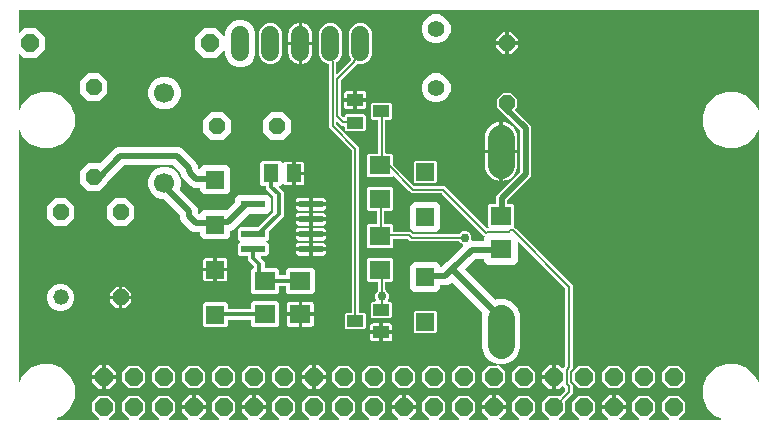
<source format=gbr>
G04 EAGLE Gerber RS-274X export*
G75*
%MOMM*%
%FSLAX34Y34*%
%LPD*%
%INBottom Copper*%
%IPPOS*%
%AMOC8*
5,1,8,0,0,1.08239X$1,22.5*%
G01*
%ADD10P,1.429621X8X22.500000*%
%ADD11C,1.320800*%
%ADD12R,2.000000X0.600000*%
%ADD13C,1.700000*%
%ADD14P,1.429621X8X292.500000*%
%ADD15C,1.508000*%
%ADD16P,1.649562X8X202.500000*%
%ADD17R,1.300000X1.500000*%
%ADD18R,1.803000X1.600000*%
%ADD19P,1.429621X8X112.500000*%
%ADD20C,2.247900*%
%ADD21C,1.422400*%
%ADD22R,1.508000X1.508000*%
%ADD23R,1.400000X1.000000*%
%ADD24C,0.203200*%
%ADD25C,0.508000*%
%ADD26C,0.304800*%
%ADD27C,0.756400*%

G36*
X79151Y11442D02*
X79151Y11442D01*
X79223Y11444D01*
X79272Y11462D01*
X79323Y11470D01*
X79387Y11504D01*
X79454Y11529D01*
X79495Y11561D01*
X79541Y11586D01*
X79590Y11638D01*
X79646Y11682D01*
X79674Y11726D01*
X79710Y11764D01*
X79740Y11829D01*
X79779Y11889D01*
X79792Y11940D01*
X79814Y11987D01*
X79821Y12058D01*
X79839Y12128D01*
X79835Y12180D01*
X79841Y12231D01*
X79825Y12302D01*
X79820Y12373D01*
X79800Y12421D01*
X79788Y12472D01*
X79752Y12533D01*
X79724Y12599D01*
X79679Y12655D01*
X79662Y12683D01*
X79644Y12698D01*
X79619Y12730D01*
X74047Y18302D01*
X74047Y26298D01*
X79702Y31953D01*
X87698Y31953D01*
X93353Y26298D01*
X93353Y18302D01*
X87781Y12730D01*
X87739Y12672D01*
X87690Y12620D01*
X87668Y12573D01*
X87638Y12531D01*
X87617Y12462D01*
X87586Y12397D01*
X87581Y12345D01*
X87565Y12295D01*
X87567Y12224D01*
X87559Y12153D01*
X87570Y12102D01*
X87572Y12050D01*
X87596Y11982D01*
X87612Y11912D01*
X87638Y11867D01*
X87656Y11819D01*
X87701Y11763D01*
X87738Y11701D01*
X87777Y11667D01*
X87810Y11627D01*
X87870Y11588D01*
X87925Y11541D01*
X87973Y11522D01*
X88017Y11494D01*
X88086Y11476D01*
X88153Y11449D01*
X88224Y11441D01*
X88255Y11433D01*
X88279Y11435D01*
X88320Y11431D01*
X104480Y11431D01*
X104551Y11442D01*
X104623Y11444D01*
X104672Y11462D01*
X104723Y11470D01*
X104787Y11504D01*
X104854Y11529D01*
X104895Y11561D01*
X104941Y11586D01*
X104990Y11638D01*
X105046Y11682D01*
X105074Y11726D01*
X105110Y11764D01*
X105140Y11829D01*
X105179Y11889D01*
X105192Y11940D01*
X105214Y11987D01*
X105221Y12058D01*
X105239Y12128D01*
X105235Y12180D01*
X105241Y12231D01*
X105225Y12302D01*
X105220Y12373D01*
X105200Y12421D01*
X105188Y12472D01*
X105152Y12533D01*
X105124Y12599D01*
X105079Y12655D01*
X105062Y12683D01*
X105044Y12698D01*
X105019Y12730D01*
X99447Y18302D01*
X99447Y26298D01*
X105102Y31953D01*
X113098Y31953D01*
X118753Y26298D01*
X118753Y18302D01*
X113181Y12730D01*
X113139Y12672D01*
X113090Y12620D01*
X113068Y12573D01*
X113038Y12531D01*
X113017Y12462D01*
X112986Y12397D01*
X112981Y12345D01*
X112965Y12295D01*
X112967Y12224D01*
X112959Y12153D01*
X112970Y12102D01*
X112972Y12050D01*
X112996Y11982D01*
X113012Y11912D01*
X113038Y11867D01*
X113056Y11819D01*
X113101Y11763D01*
X113138Y11701D01*
X113177Y11667D01*
X113210Y11627D01*
X113270Y11588D01*
X113325Y11541D01*
X113373Y11522D01*
X113417Y11494D01*
X113486Y11476D01*
X113553Y11449D01*
X113624Y11441D01*
X113655Y11433D01*
X113679Y11435D01*
X113720Y11431D01*
X129880Y11431D01*
X129951Y11442D01*
X130023Y11444D01*
X130072Y11462D01*
X130123Y11470D01*
X130187Y11504D01*
X130254Y11529D01*
X130295Y11561D01*
X130341Y11586D01*
X130390Y11638D01*
X130446Y11682D01*
X130474Y11726D01*
X130510Y11764D01*
X130540Y11829D01*
X130579Y11889D01*
X130592Y11940D01*
X130614Y11987D01*
X130621Y12058D01*
X130639Y12128D01*
X130635Y12180D01*
X130641Y12231D01*
X130625Y12302D01*
X130620Y12373D01*
X130600Y12421D01*
X130588Y12472D01*
X130552Y12533D01*
X130524Y12599D01*
X130479Y12655D01*
X130462Y12683D01*
X130444Y12698D01*
X130419Y12730D01*
X124847Y18302D01*
X124847Y26298D01*
X130502Y31953D01*
X138498Y31953D01*
X144153Y26298D01*
X144153Y18302D01*
X138581Y12730D01*
X138539Y12672D01*
X138490Y12620D01*
X138468Y12573D01*
X138438Y12531D01*
X138417Y12462D01*
X138386Y12397D01*
X138381Y12345D01*
X138365Y12295D01*
X138367Y12224D01*
X138359Y12153D01*
X138370Y12102D01*
X138372Y12050D01*
X138396Y11982D01*
X138412Y11912D01*
X138438Y11867D01*
X138456Y11819D01*
X138501Y11763D01*
X138538Y11701D01*
X138577Y11667D01*
X138610Y11627D01*
X138670Y11588D01*
X138725Y11541D01*
X138773Y11522D01*
X138817Y11494D01*
X138886Y11476D01*
X138953Y11449D01*
X139024Y11441D01*
X139055Y11433D01*
X139079Y11435D01*
X139120Y11431D01*
X154562Y11431D01*
X154633Y11442D01*
X154704Y11444D01*
X154753Y11462D01*
X154805Y11470D01*
X154868Y11504D01*
X154935Y11529D01*
X154976Y11561D01*
X155022Y11586D01*
X155072Y11638D01*
X155128Y11682D01*
X155156Y11726D01*
X155192Y11764D01*
X155222Y11829D01*
X155261Y11889D01*
X155273Y11940D01*
X155295Y11987D01*
X155303Y12058D01*
X155321Y12128D01*
X155317Y12180D01*
X155322Y12231D01*
X155307Y12302D01*
X155301Y12373D01*
X155281Y12421D01*
X155270Y12472D01*
X155233Y12533D01*
X155205Y12599D01*
X155160Y12655D01*
X155144Y12683D01*
X155126Y12698D01*
X155100Y12730D01*
X149739Y18091D01*
X149739Y20777D01*
X159138Y20777D01*
X159158Y20780D01*
X159177Y20778D01*
X159279Y20800D01*
X159381Y20817D01*
X159398Y20826D01*
X159418Y20830D01*
X159507Y20883D01*
X159598Y20932D01*
X159612Y20946D01*
X159629Y20956D01*
X159696Y21035D01*
X159767Y21110D01*
X159776Y21128D01*
X159789Y21143D01*
X159827Y21239D01*
X159871Y21333D01*
X159873Y21353D01*
X159881Y21371D01*
X159899Y21538D01*
X159899Y22301D01*
X159901Y22301D01*
X159901Y21538D01*
X159904Y21518D01*
X159902Y21499D01*
X159924Y21397D01*
X159941Y21295D01*
X159950Y21278D01*
X159954Y21258D01*
X160007Y21169D01*
X160056Y21078D01*
X160070Y21064D01*
X160080Y21047D01*
X160159Y20980D01*
X160234Y20909D01*
X160252Y20900D01*
X160267Y20887D01*
X160363Y20848D01*
X160457Y20805D01*
X160477Y20803D01*
X160495Y20795D01*
X160662Y20777D01*
X170061Y20777D01*
X170061Y18091D01*
X164700Y12730D01*
X164658Y12672D01*
X164608Y12620D01*
X164587Y12573D01*
X164556Y12531D01*
X164535Y12462D01*
X164505Y12397D01*
X164499Y12345D01*
X164484Y12295D01*
X164486Y12224D01*
X164478Y12153D01*
X164489Y12102D01*
X164490Y12050D01*
X164515Y11982D01*
X164530Y11912D01*
X164557Y11867D01*
X164575Y11819D01*
X164619Y11763D01*
X164656Y11701D01*
X164696Y11667D01*
X164728Y11627D01*
X164789Y11588D01*
X164843Y11541D01*
X164891Y11522D01*
X164935Y11494D01*
X165005Y11476D01*
X165071Y11449D01*
X165143Y11441D01*
X165174Y11433D01*
X165197Y11435D01*
X165238Y11431D01*
X180680Y11431D01*
X180751Y11442D01*
X180823Y11444D01*
X180872Y11462D01*
X180923Y11470D01*
X180987Y11504D01*
X181054Y11529D01*
X181095Y11561D01*
X181141Y11586D01*
X181190Y11638D01*
X181246Y11682D01*
X181274Y11726D01*
X181310Y11764D01*
X181340Y11829D01*
X181379Y11889D01*
X181392Y11940D01*
X181414Y11987D01*
X181421Y12058D01*
X181439Y12128D01*
X181435Y12180D01*
X181441Y12231D01*
X181425Y12302D01*
X181420Y12373D01*
X181400Y12421D01*
X181388Y12472D01*
X181352Y12533D01*
X181324Y12599D01*
X181279Y12655D01*
X181262Y12683D01*
X181244Y12698D01*
X181219Y12730D01*
X175647Y18302D01*
X175647Y26298D01*
X181302Y31953D01*
X189298Y31953D01*
X194953Y26298D01*
X194953Y18302D01*
X189381Y12730D01*
X189339Y12672D01*
X189290Y12620D01*
X189268Y12573D01*
X189238Y12531D01*
X189217Y12462D01*
X189186Y12397D01*
X189181Y12345D01*
X189165Y12295D01*
X189167Y12224D01*
X189159Y12153D01*
X189170Y12102D01*
X189172Y12050D01*
X189196Y11982D01*
X189212Y11912D01*
X189238Y11867D01*
X189256Y11819D01*
X189301Y11763D01*
X189338Y11701D01*
X189377Y11667D01*
X189410Y11627D01*
X189470Y11588D01*
X189525Y11541D01*
X189573Y11522D01*
X189617Y11494D01*
X189686Y11476D01*
X189753Y11449D01*
X189824Y11441D01*
X189855Y11433D01*
X189879Y11435D01*
X189920Y11431D01*
X205362Y11431D01*
X205433Y11442D01*
X205504Y11444D01*
X205553Y11462D01*
X205605Y11470D01*
X205668Y11504D01*
X205735Y11529D01*
X205776Y11561D01*
X205822Y11586D01*
X205872Y11638D01*
X205928Y11682D01*
X205956Y11726D01*
X205992Y11764D01*
X206022Y11829D01*
X206061Y11889D01*
X206073Y11940D01*
X206095Y11987D01*
X206103Y12058D01*
X206121Y12128D01*
X206117Y12180D01*
X206122Y12231D01*
X206107Y12302D01*
X206101Y12373D01*
X206081Y12421D01*
X206070Y12472D01*
X206033Y12533D01*
X206005Y12599D01*
X205960Y12655D01*
X205944Y12683D01*
X205926Y12698D01*
X205900Y12730D01*
X200539Y18091D01*
X200539Y20777D01*
X209938Y20777D01*
X209958Y20780D01*
X209977Y20778D01*
X210079Y20800D01*
X210181Y20817D01*
X210198Y20826D01*
X210218Y20830D01*
X210307Y20883D01*
X210398Y20932D01*
X210412Y20946D01*
X210429Y20956D01*
X210496Y21035D01*
X210567Y21110D01*
X210576Y21128D01*
X210589Y21143D01*
X210627Y21239D01*
X210671Y21333D01*
X210673Y21353D01*
X210681Y21371D01*
X210699Y21538D01*
X210699Y22301D01*
X210701Y22301D01*
X210701Y21538D01*
X210704Y21518D01*
X210702Y21499D01*
X210724Y21397D01*
X210741Y21295D01*
X210750Y21278D01*
X210754Y21258D01*
X210807Y21169D01*
X210856Y21078D01*
X210870Y21064D01*
X210880Y21047D01*
X210959Y20980D01*
X211034Y20909D01*
X211052Y20900D01*
X211067Y20887D01*
X211163Y20848D01*
X211257Y20805D01*
X211277Y20803D01*
X211295Y20795D01*
X211462Y20777D01*
X220861Y20777D01*
X220861Y18091D01*
X215500Y12730D01*
X215458Y12672D01*
X215408Y12620D01*
X215387Y12573D01*
X215356Y12531D01*
X215335Y12462D01*
X215305Y12397D01*
X215299Y12345D01*
X215284Y12295D01*
X215286Y12224D01*
X215278Y12153D01*
X215289Y12102D01*
X215290Y12050D01*
X215315Y11982D01*
X215330Y11912D01*
X215357Y11867D01*
X215375Y11819D01*
X215419Y11763D01*
X215456Y11701D01*
X215496Y11667D01*
X215528Y11627D01*
X215589Y11588D01*
X215643Y11541D01*
X215691Y11522D01*
X215735Y11494D01*
X215805Y11476D01*
X215871Y11449D01*
X215943Y11441D01*
X215974Y11433D01*
X215997Y11435D01*
X216038Y11431D01*
X231480Y11431D01*
X231551Y11442D01*
X231623Y11444D01*
X231672Y11462D01*
X231723Y11470D01*
X231787Y11504D01*
X231854Y11529D01*
X231895Y11561D01*
X231941Y11586D01*
X231990Y11638D01*
X232046Y11682D01*
X232074Y11726D01*
X232110Y11764D01*
X232140Y11829D01*
X232179Y11889D01*
X232192Y11940D01*
X232214Y11987D01*
X232221Y12058D01*
X232239Y12128D01*
X232235Y12180D01*
X232241Y12231D01*
X232225Y12302D01*
X232220Y12373D01*
X232200Y12421D01*
X232188Y12472D01*
X232152Y12533D01*
X232124Y12599D01*
X232079Y12655D01*
X232062Y12683D01*
X232044Y12698D01*
X232019Y12730D01*
X226447Y18302D01*
X226447Y26298D01*
X232102Y31953D01*
X240098Y31953D01*
X245753Y26298D01*
X245753Y18302D01*
X240181Y12730D01*
X240139Y12672D01*
X240090Y12620D01*
X240068Y12573D01*
X240038Y12531D01*
X240017Y12462D01*
X239986Y12397D01*
X239981Y12345D01*
X239965Y12295D01*
X239967Y12224D01*
X239959Y12153D01*
X239970Y12102D01*
X239972Y12050D01*
X239996Y11982D01*
X240012Y11912D01*
X240038Y11867D01*
X240056Y11819D01*
X240101Y11763D01*
X240138Y11701D01*
X240177Y11667D01*
X240210Y11627D01*
X240270Y11588D01*
X240325Y11541D01*
X240373Y11522D01*
X240417Y11494D01*
X240486Y11476D01*
X240553Y11449D01*
X240624Y11441D01*
X240655Y11433D01*
X240679Y11435D01*
X240720Y11431D01*
X256880Y11431D01*
X256951Y11442D01*
X257023Y11444D01*
X257072Y11462D01*
X257123Y11470D01*
X257187Y11504D01*
X257254Y11529D01*
X257295Y11561D01*
X257341Y11586D01*
X257390Y11638D01*
X257446Y11682D01*
X257474Y11726D01*
X257510Y11764D01*
X257540Y11829D01*
X257579Y11889D01*
X257592Y11940D01*
X257614Y11987D01*
X257621Y12058D01*
X257639Y12128D01*
X257635Y12180D01*
X257641Y12231D01*
X257625Y12302D01*
X257620Y12373D01*
X257600Y12421D01*
X257588Y12472D01*
X257552Y12533D01*
X257524Y12599D01*
X257479Y12655D01*
X257462Y12683D01*
X257444Y12698D01*
X257419Y12730D01*
X251847Y18302D01*
X251847Y26298D01*
X257502Y31953D01*
X265498Y31953D01*
X271153Y26298D01*
X271153Y18302D01*
X265581Y12730D01*
X265539Y12672D01*
X265490Y12620D01*
X265468Y12573D01*
X265438Y12531D01*
X265417Y12462D01*
X265386Y12397D01*
X265381Y12345D01*
X265365Y12295D01*
X265367Y12224D01*
X265359Y12153D01*
X265370Y12102D01*
X265372Y12050D01*
X265396Y11982D01*
X265412Y11912D01*
X265438Y11867D01*
X265456Y11819D01*
X265501Y11763D01*
X265538Y11701D01*
X265577Y11667D01*
X265610Y11627D01*
X265670Y11588D01*
X265725Y11541D01*
X265773Y11522D01*
X265817Y11494D01*
X265886Y11476D01*
X265953Y11449D01*
X266024Y11441D01*
X266055Y11433D01*
X266079Y11435D01*
X266120Y11431D01*
X282280Y11431D01*
X282351Y11442D01*
X282423Y11444D01*
X282472Y11462D01*
X282523Y11470D01*
X282587Y11504D01*
X282654Y11529D01*
X282695Y11561D01*
X282741Y11586D01*
X282790Y11638D01*
X282846Y11682D01*
X282874Y11726D01*
X282910Y11764D01*
X282940Y11829D01*
X282979Y11889D01*
X282992Y11940D01*
X283014Y11987D01*
X283021Y12058D01*
X283039Y12128D01*
X283035Y12180D01*
X283041Y12231D01*
X283025Y12302D01*
X283020Y12373D01*
X283000Y12421D01*
X282988Y12472D01*
X282952Y12533D01*
X282924Y12599D01*
X282879Y12655D01*
X282862Y12683D01*
X282844Y12698D01*
X282819Y12730D01*
X277247Y18302D01*
X277247Y26298D01*
X282902Y31953D01*
X290898Y31953D01*
X296553Y26298D01*
X296553Y18302D01*
X290981Y12730D01*
X290939Y12672D01*
X290890Y12620D01*
X290868Y12573D01*
X290838Y12531D01*
X290817Y12462D01*
X290786Y12397D01*
X290781Y12345D01*
X290765Y12295D01*
X290767Y12224D01*
X290759Y12153D01*
X290770Y12102D01*
X290772Y12050D01*
X290796Y11982D01*
X290812Y11912D01*
X290838Y11867D01*
X290856Y11819D01*
X290901Y11763D01*
X290938Y11701D01*
X290977Y11667D01*
X291010Y11627D01*
X291070Y11588D01*
X291125Y11541D01*
X291173Y11522D01*
X291217Y11494D01*
X291286Y11476D01*
X291353Y11449D01*
X291424Y11441D01*
X291455Y11433D01*
X291479Y11435D01*
X291520Y11431D01*
X307680Y11431D01*
X307751Y11442D01*
X307823Y11444D01*
X307872Y11462D01*
X307923Y11470D01*
X307987Y11504D01*
X308054Y11529D01*
X308095Y11561D01*
X308141Y11586D01*
X308190Y11638D01*
X308246Y11682D01*
X308274Y11726D01*
X308310Y11764D01*
X308340Y11829D01*
X308379Y11889D01*
X308392Y11940D01*
X308414Y11987D01*
X308421Y12058D01*
X308439Y12128D01*
X308435Y12180D01*
X308441Y12231D01*
X308425Y12302D01*
X308420Y12373D01*
X308400Y12421D01*
X308388Y12472D01*
X308352Y12533D01*
X308324Y12599D01*
X308279Y12655D01*
X308262Y12683D01*
X308244Y12698D01*
X308219Y12730D01*
X302647Y18302D01*
X302647Y26298D01*
X308302Y31953D01*
X316298Y31953D01*
X321953Y26298D01*
X321953Y18302D01*
X316381Y12730D01*
X316339Y12672D01*
X316290Y12620D01*
X316268Y12573D01*
X316238Y12531D01*
X316217Y12462D01*
X316186Y12397D01*
X316181Y12345D01*
X316165Y12295D01*
X316167Y12224D01*
X316159Y12153D01*
X316170Y12102D01*
X316172Y12050D01*
X316196Y11982D01*
X316212Y11912D01*
X316238Y11867D01*
X316256Y11819D01*
X316301Y11763D01*
X316338Y11701D01*
X316377Y11667D01*
X316410Y11627D01*
X316470Y11588D01*
X316525Y11541D01*
X316573Y11522D01*
X316617Y11494D01*
X316686Y11476D01*
X316753Y11449D01*
X316824Y11441D01*
X316855Y11433D01*
X316879Y11435D01*
X316920Y11431D01*
X332362Y11431D01*
X332433Y11442D01*
X332504Y11444D01*
X332553Y11462D01*
X332605Y11470D01*
X332668Y11504D01*
X332735Y11529D01*
X332776Y11561D01*
X332822Y11586D01*
X332872Y11638D01*
X332928Y11682D01*
X332956Y11726D01*
X332992Y11764D01*
X333022Y11829D01*
X333061Y11889D01*
X333073Y11940D01*
X333095Y11987D01*
X333103Y12058D01*
X333121Y12128D01*
X333117Y12180D01*
X333122Y12231D01*
X333107Y12302D01*
X333101Y12373D01*
X333081Y12421D01*
X333070Y12472D01*
X333033Y12533D01*
X333005Y12599D01*
X332960Y12655D01*
X332944Y12683D01*
X332926Y12698D01*
X332900Y12730D01*
X327539Y18091D01*
X327539Y20777D01*
X336938Y20777D01*
X336958Y20780D01*
X336977Y20778D01*
X337079Y20800D01*
X337181Y20817D01*
X337198Y20826D01*
X337218Y20830D01*
X337307Y20883D01*
X337398Y20932D01*
X337412Y20946D01*
X337429Y20956D01*
X337496Y21035D01*
X337567Y21110D01*
X337576Y21128D01*
X337589Y21143D01*
X337627Y21239D01*
X337671Y21333D01*
X337673Y21353D01*
X337681Y21371D01*
X337699Y21538D01*
X337699Y22301D01*
X337701Y22301D01*
X337701Y21538D01*
X337704Y21518D01*
X337702Y21499D01*
X337724Y21397D01*
X337741Y21295D01*
X337750Y21278D01*
X337754Y21258D01*
X337807Y21169D01*
X337856Y21078D01*
X337870Y21064D01*
X337880Y21047D01*
X337959Y20980D01*
X338034Y20909D01*
X338052Y20900D01*
X338067Y20887D01*
X338163Y20848D01*
X338257Y20805D01*
X338277Y20803D01*
X338295Y20795D01*
X338462Y20777D01*
X347861Y20777D01*
X347861Y18091D01*
X342500Y12730D01*
X342458Y12672D01*
X342408Y12620D01*
X342387Y12573D01*
X342356Y12531D01*
X342335Y12462D01*
X342305Y12397D01*
X342299Y12345D01*
X342284Y12295D01*
X342286Y12224D01*
X342278Y12153D01*
X342289Y12102D01*
X342290Y12050D01*
X342315Y11982D01*
X342330Y11912D01*
X342357Y11867D01*
X342375Y11819D01*
X342419Y11763D01*
X342456Y11701D01*
X342496Y11667D01*
X342528Y11627D01*
X342589Y11588D01*
X342643Y11541D01*
X342691Y11522D01*
X342735Y11494D01*
X342805Y11476D01*
X342871Y11449D01*
X342943Y11441D01*
X342974Y11433D01*
X342997Y11435D01*
X343038Y11431D01*
X358480Y11431D01*
X358551Y11442D01*
X358623Y11444D01*
X358672Y11462D01*
X358723Y11470D01*
X358787Y11504D01*
X358854Y11529D01*
X358895Y11561D01*
X358941Y11586D01*
X358990Y11638D01*
X359046Y11682D01*
X359074Y11726D01*
X359110Y11764D01*
X359140Y11829D01*
X359179Y11889D01*
X359192Y11940D01*
X359214Y11987D01*
X359221Y12058D01*
X359239Y12128D01*
X359235Y12180D01*
X359241Y12231D01*
X359225Y12302D01*
X359220Y12373D01*
X359200Y12421D01*
X359188Y12472D01*
X359152Y12533D01*
X359124Y12599D01*
X359079Y12655D01*
X359062Y12683D01*
X359044Y12698D01*
X359019Y12730D01*
X353447Y18302D01*
X353447Y26298D01*
X359102Y31953D01*
X367098Y31953D01*
X372753Y26298D01*
X372753Y18302D01*
X367181Y12730D01*
X367139Y12672D01*
X367090Y12620D01*
X367068Y12573D01*
X367038Y12531D01*
X367017Y12462D01*
X366986Y12397D01*
X366981Y12345D01*
X366965Y12295D01*
X366967Y12224D01*
X366959Y12153D01*
X366970Y12102D01*
X366972Y12050D01*
X366996Y11982D01*
X367012Y11912D01*
X367038Y11867D01*
X367056Y11819D01*
X367101Y11763D01*
X367138Y11701D01*
X367177Y11667D01*
X367210Y11627D01*
X367270Y11588D01*
X367325Y11541D01*
X367373Y11522D01*
X367417Y11494D01*
X367486Y11476D01*
X367553Y11449D01*
X367624Y11441D01*
X367655Y11433D01*
X367679Y11435D01*
X367720Y11431D01*
X383880Y11431D01*
X383951Y11442D01*
X384023Y11444D01*
X384072Y11462D01*
X384123Y11470D01*
X384187Y11504D01*
X384254Y11529D01*
X384295Y11561D01*
X384341Y11586D01*
X384390Y11638D01*
X384446Y11682D01*
X384474Y11726D01*
X384510Y11764D01*
X384540Y11829D01*
X384579Y11889D01*
X384592Y11940D01*
X384614Y11987D01*
X384621Y12058D01*
X384639Y12128D01*
X384635Y12180D01*
X384641Y12231D01*
X384625Y12302D01*
X384620Y12373D01*
X384600Y12421D01*
X384588Y12472D01*
X384552Y12533D01*
X384524Y12599D01*
X384479Y12655D01*
X384462Y12683D01*
X384444Y12698D01*
X384419Y12730D01*
X378847Y18302D01*
X378847Y26298D01*
X384502Y31953D01*
X392498Y31953D01*
X398153Y26298D01*
X398153Y18302D01*
X392581Y12730D01*
X392539Y12672D01*
X392490Y12620D01*
X392468Y12573D01*
X392438Y12531D01*
X392417Y12462D01*
X392386Y12397D01*
X392381Y12345D01*
X392365Y12295D01*
X392367Y12224D01*
X392359Y12153D01*
X392370Y12102D01*
X392372Y12050D01*
X392396Y11982D01*
X392412Y11912D01*
X392438Y11867D01*
X392456Y11819D01*
X392501Y11763D01*
X392538Y11701D01*
X392577Y11667D01*
X392610Y11627D01*
X392670Y11588D01*
X392725Y11541D01*
X392773Y11522D01*
X392817Y11494D01*
X392886Y11476D01*
X392953Y11449D01*
X393024Y11441D01*
X393055Y11433D01*
X393079Y11435D01*
X393120Y11431D01*
X408562Y11431D01*
X408633Y11442D01*
X408704Y11444D01*
X408753Y11462D01*
X408805Y11470D01*
X408868Y11504D01*
X408935Y11529D01*
X408976Y11561D01*
X409022Y11586D01*
X409072Y11638D01*
X409128Y11682D01*
X409156Y11726D01*
X409192Y11764D01*
X409222Y11829D01*
X409261Y11889D01*
X409273Y11940D01*
X409295Y11987D01*
X409303Y12058D01*
X409321Y12128D01*
X409317Y12180D01*
X409322Y12231D01*
X409307Y12302D01*
X409301Y12373D01*
X409281Y12421D01*
X409270Y12472D01*
X409233Y12533D01*
X409205Y12599D01*
X409160Y12655D01*
X409144Y12683D01*
X409126Y12698D01*
X409100Y12730D01*
X403739Y18091D01*
X403739Y20777D01*
X413138Y20777D01*
X413158Y20780D01*
X413177Y20778D01*
X413279Y20800D01*
X413381Y20817D01*
X413398Y20826D01*
X413418Y20830D01*
X413507Y20883D01*
X413598Y20932D01*
X413612Y20946D01*
X413629Y20956D01*
X413696Y21035D01*
X413767Y21110D01*
X413776Y21128D01*
X413789Y21143D01*
X413827Y21239D01*
X413871Y21333D01*
X413873Y21353D01*
X413881Y21371D01*
X413899Y21538D01*
X413899Y22301D01*
X413901Y22301D01*
X413901Y21538D01*
X413904Y21518D01*
X413902Y21499D01*
X413924Y21397D01*
X413941Y21295D01*
X413950Y21278D01*
X413954Y21258D01*
X414007Y21169D01*
X414056Y21078D01*
X414070Y21064D01*
X414080Y21047D01*
X414159Y20980D01*
X414234Y20909D01*
X414252Y20900D01*
X414267Y20887D01*
X414363Y20848D01*
X414457Y20805D01*
X414477Y20803D01*
X414495Y20795D01*
X414662Y20777D01*
X424061Y20777D01*
X424061Y18091D01*
X418700Y12730D01*
X418658Y12672D01*
X418608Y12620D01*
X418587Y12573D01*
X418556Y12531D01*
X418535Y12462D01*
X418505Y12397D01*
X418499Y12345D01*
X418484Y12295D01*
X418486Y12224D01*
X418478Y12153D01*
X418489Y12102D01*
X418490Y12050D01*
X418515Y11982D01*
X418530Y11912D01*
X418557Y11867D01*
X418575Y11819D01*
X418619Y11763D01*
X418656Y11701D01*
X418696Y11667D01*
X418728Y11627D01*
X418789Y11588D01*
X418843Y11541D01*
X418891Y11522D01*
X418935Y11494D01*
X419005Y11476D01*
X419071Y11449D01*
X419143Y11441D01*
X419174Y11433D01*
X419197Y11435D01*
X419238Y11431D01*
X434680Y11431D01*
X434751Y11442D01*
X434823Y11444D01*
X434872Y11462D01*
X434923Y11470D01*
X434987Y11504D01*
X435054Y11529D01*
X435095Y11561D01*
X435141Y11586D01*
X435190Y11638D01*
X435246Y11682D01*
X435274Y11726D01*
X435310Y11764D01*
X435340Y11829D01*
X435379Y11889D01*
X435392Y11940D01*
X435414Y11987D01*
X435421Y12058D01*
X435439Y12128D01*
X435435Y12180D01*
X435441Y12231D01*
X435425Y12302D01*
X435420Y12373D01*
X435400Y12421D01*
X435388Y12472D01*
X435352Y12533D01*
X435324Y12599D01*
X435279Y12655D01*
X435262Y12683D01*
X435244Y12698D01*
X435219Y12730D01*
X429647Y18302D01*
X429647Y26298D01*
X435302Y31953D01*
X443298Y31953D01*
X448953Y26298D01*
X448953Y18302D01*
X443381Y12730D01*
X443339Y12672D01*
X443290Y12620D01*
X443268Y12573D01*
X443238Y12531D01*
X443217Y12462D01*
X443186Y12397D01*
X443181Y12345D01*
X443165Y12295D01*
X443167Y12224D01*
X443159Y12153D01*
X443170Y12102D01*
X443172Y12050D01*
X443196Y11982D01*
X443212Y11912D01*
X443238Y11867D01*
X443256Y11819D01*
X443301Y11763D01*
X443338Y11701D01*
X443377Y11667D01*
X443410Y11627D01*
X443470Y11588D01*
X443525Y11541D01*
X443573Y11522D01*
X443617Y11494D01*
X443686Y11476D01*
X443753Y11449D01*
X443824Y11441D01*
X443855Y11433D01*
X443879Y11435D01*
X443920Y11431D01*
X460080Y11431D01*
X460151Y11442D01*
X460223Y11444D01*
X460272Y11462D01*
X460323Y11470D01*
X460387Y11504D01*
X460454Y11529D01*
X460495Y11561D01*
X460541Y11586D01*
X460590Y11638D01*
X460646Y11682D01*
X460674Y11726D01*
X460710Y11764D01*
X460740Y11829D01*
X460779Y11889D01*
X460792Y11940D01*
X460814Y11987D01*
X460821Y12058D01*
X460839Y12128D01*
X460835Y12180D01*
X460841Y12231D01*
X460825Y12302D01*
X460820Y12373D01*
X460800Y12421D01*
X460788Y12472D01*
X460752Y12533D01*
X460724Y12599D01*
X460679Y12655D01*
X460662Y12683D01*
X460644Y12698D01*
X460619Y12730D01*
X455047Y18302D01*
X455047Y26298D01*
X460702Y31953D01*
X468698Y31953D01*
X469119Y31532D01*
X469136Y31520D01*
X469148Y31504D01*
X469235Y31448D01*
X469319Y31388D01*
X469338Y31382D01*
X469355Y31371D01*
X469455Y31346D01*
X469554Y31316D01*
X469574Y31316D01*
X469593Y31311D01*
X469696Y31319D01*
X469800Y31322D01*
X469819Y31329D01*
X469839Y31330D01*
X469934Y31371D01*
X470031Y31406D01*
X470047Y31419D01*
X470065Y31427D01*
X470196Y31532D01*
X474248Y35584D01*
X474301Y35658D01*
X474361Y35727D01*
X474373Y35757D01*
X474392Y35784D01*
X474419Y35871D01*
X474453Y35955D01*
X474457Y35996D01*
X474464Y36019D01*
X474463Y36051D01*
X474471Y36122D01*
X474471Y38046D01*
X474457Y38136D01*
X474449Y38227D01*
X474437Y38257D01*
X474432Y38289D01*
X474389Y38369D01*
X474353Y38453D01*
X474327Y38485D01*
X474316Y38506D01*
X474293Y38528D01*
X474248Y38584D01*
X472639Y40193D01*
X472623Y40205D01*
X472611Y40220D01*
X472523Y40276D01*
X472439Y40337D01*
X472420Y40343D01*
X472404Y40353D01*
X472303Y40379D01*
X472204Y40409D01*
X472184Y40409D01*
X472165Y40413D01*
X472062Y40405D01*
X471959Y40403D01*
X471940Y40396D01*
X471920Y40394D01*
X471825Y40354D01*
X471727Y40318D01*
X471712Y40306D01*
X471694Y40298D01*
X471563Y40193D01*
X468909Y37539D01*
X466223Y37539D01*
X466223Y46938D01*
X466220Y46958D01*
X466222Y46977D01*
X466200Y47079D01*
X466183Y47181D01*
X466174Y47198D01*
X466170Y47218D01*
X466117Y47307D01*
X466068Y47398D01*
X466054Y47412D01*
X466044Y47429D01*
X465965Y47496D01*
X465890Y47567D01*
X465872Y47576D01*
X465857Y47589D01*
X465761Y47627D01*
X465667Y47671D01*
X465647Y47673D01*
X465629Y47681D01*
X465462Y47699D01*
X464699Y47699D01*
X464699Y47701D01*
X465462Y47701D01*
X465482Y47704D01*
X465501Y47702D01*
X465603Y47724D01*
X465705Y47741D01*
X465722Y47750D01*
X465742Y47754D01*
X465831Y47807D01*
X465922Y47856D01*
X465936Y47870D01*
X465953Y47880D01*
X466020Y47959D01*
X466091Y48034D01*
X466100Y48052D01*
X466113Y48067D01*
X466152Y48163D01*
X466195Y48257D01*
X466197Y48277D01*
X466205Y48295D01*
X466223Y48462D01*
X466223Y57861D01*
X468909Y57861D01*
X471511Y55259D01*
X471527Y55247D01*
X471539Y55232D01*
X471626Y55176D01*
X471710Y55115D01*
X471729Y55109D01*
X471746Y55099D01*
X471847Y55073D01*
X471945Y55043D01*
X471965Y55043D01*
X471985Y55039D01*
X472088Y55047D01*
X472191Y55049D01*
X472210Y55056D01*
X472230Y55058D01*
X472325Y55098D01*
X472422Y55134D01*
X472438Y55146D01*
X472456Y55154D01*
X472587Y55259D01*
X474248Y56920D01*
X474301Y56994D01*
X474361Y57063D01*
X474373Y57093D01*
X474392Y57120D01*
X474419Y57207D01*
X474453Y57291D01*
X474457Y57332D01*
X474464Y57355D01*
X474463Y57387D01*
X474471Y57458D01*
X474471Y122374D01*
X474457Y122464D01*
X474449Y122555D01*
X474437Y122585D01*
X474432Y122617D01*
X474389Y122697D01*
X474353Y122781D01*
X474327Y122813D01*
X474316Y122834D01*
X474293Y122856D01*
X474248Y122912D01*
X435395Y161765D01*
X435337Y161807D01*
X435285Y161856D01*
X435238Y161878D01*
X435196Y161909D01*
X435127Y161930D01*
X435062Y161960D01*
X435010Y161966D01*
X434960Y161981D01*
X434889Y161979D01*
X434818Y161987D01*
X434767Y161976D01*
X434715Y161975D01*
X434647Y161950D01*
X434577Y161935D01*
X434532Y161908D01*
X434484Y161890D01*
X434428Y161845D01*
X434366Y161809D01*
X434332Y161769D01*
X434292Y161737D01*
X434253Y161676D01*
X434206Y161622D01*
X434187Y161573D01*
X434159Y161530D01*
X434141Y161460D01*
X434114Y161394D01*
X434106Y161322D01*
X434098Y161291D01*
X434100Y161268D01*
X434096Y161227D01*
X434096Y145675D01*
X431120Y142699D01*
X408880Y142699D01*
X405904Y145675D01*
X405904Y147066D01*
X405901Y147086D01*
X405903Y147105D01*
X405881Y147207D01*
X405865Y147309D01*
X405855Y147326D01*
X405851Y147346D01*
X405798Y147435D01*
X405749Y147526D01*
X405735Y147540D01*
X405725Y147557D01*
X405646Y147624D01*
X405571Y147696D01*
X405553Y147704D01*
X405538Y147717D01*
X405442Y147756D01*
X405348Y147799D01*
X405328Y147801D01*
X405310Y147809D01*
X405143Y147827D01*
X398696Y147827D01*
X398606Y147813D01*
X398515Y147805D01*
X398485Y147793D01*
X398453Y147788D01*
X398372Y147745D01*
X398289Y147709D01*
X398256Y147683D01*
X398236Y147672D01*
X398214Y147649D01*
X398158Y147604D01*
X389776Y139222D01*
X389764Y139206D01*
X389748Y139194D01*
X389692Y139106D01*
X389632Y139023D01*
X389626Y139004D01*
X389615Y138987D01*
X389590Y138886D01*
X389560Y138787D01*
X389560Y138768D01*
X389555Y138748D01*
X389563Y138645D01*
X389566Y138542D01*
X389573Y138523D01*
X389574Y138503D01*
X389615Y138408D01*
X389651Y138311D01*
X389663Y138295D01*
X389671Y138277D01*
X389776Y138146D01*
X414490Y113431D01*
X414585Y113363D01*
X414679Y113293D01*
X414685Y113291D01*
X414690Y113287D01*
X414802Y113253D01*
X414913Y113217D01*
X414919Y113217D01*
X414925Y113215D01*
X415042Y113218D01*
X415159Y113219D01*
X415166Y113221D01*
X415171Y113221D01*
X415189Y113228D01*
X415320Y113266D01*
X416754Y113860D01*
X423246Y113860D01*
X429245Y111375D01*
X433836Y106784D01*
X436320Y100786D01*
X436320Y71814D01*
X433836Y65816D01*
X429245Y61225D01*
X423246Y58740D01*
X418349Y58740D01*
X418278Y58729D01*
X418206Y58727D01*
X418157Y58709D01*
X418106Y58701D01*
X418042Y58667D01*
X417975Y58642D01*
X417934Y58610D01*
X417888Y58585D01*
X417839Y58533D01*
X417783Y58489D01*
X417755Y58445D01*
X417719Y58407D01*
X417689Y58342D01*
X417650Y58282D01*
X417637Y58231D01*
X417615Y58184D01*
X417608Y58113D01*
X417590Y58043D01*
X417594Y57991D01*
X417588Y57940D01*
X417604Y57869D01*
X417609Y57798D01*
X417629Y57750D01*
X417641Y57699D01*
X417677Y57638D01*
X417705Y57572D01*
X417750Y57516D01*
X417767Y57488D01*
X417785Y57473D01*
X417810Y57441D01*
X423553Y51698D01*
X423553Y43702D01*
X417898Y38047D01*
X409902Y38047D01*
X404247Y43702D01*
X404247Y51698D01*
X409902Y57353D01*
X416277Y57353D01*
X416373Y57368D01*
X416470Y57378D01*
X416493Y57388D01*
X416519Y57392D01*
X416605Y57438D01*
X416694Y57478D01*
X416714Y57495D01*
X416737Y57508D01*
X416804Y57578D01*
X416875Y57644D01*
X416888Y57667D01*
X416906Y57686D01*
X416947Y57774D01*
X416994Y57860D01*
X416999Y57885D01*
X417010Y57909D01*
X417020Y58006D01*
X417038Y58102D01*
X417034Y58128D01*
X417037Y58153D01*
X417016Y58249D01*
X417002Y58345D01*
X416990Y58368D01*
X416984Y58394D01*
X416935Y58477D01*
X416890Y58564D01*
X416872Y58583D01*
X416858Y58605D01*
X416785Y58668D01*
X416715Y58736D01*
X416686Y58752D01*
X416671Y58765D01*
X416641Y58777D01*
X416568Y58817D01*
X410755Y61225D01*
X406164Y65816D01*
X403680Y71814D01*
X403680Y100786D01*
X404042Y101660D01*
X404069Y101774D01*
X404097Y101887D01*
X404097Y101894D01*
X404098Y101900D01*
X404087Y102016D01*
X404078Y102132D01*
X404076Y102138D01*
X404075Y102145D01*
X404027Y102252D01*
X403982Y102359D01*
X403977Y102365D01*
X403975Y102369D01*
X403962Y102383D01*
X403877Y102490D01*
X378998Y127368D01*
X378982Y127380D01*
X378970Y127396D01*
X378882Y127452D01*
X378799Y127512D01*
X378780Y127518D01*
X378763Y127529D01*
X378662Y127554D01*
X378563Y127584D01*
X378544Y127584D01*
X378524Y127589D01*
X378421Y127581D01*
X378318Y127578D01*
X378299Y127571D01*
X378279Y127570D01*
X378184Y127529D01*
X378087Y127493D01*
X378071Y127481D01*
X378053Y127473D01*
X377922Y127368D01*
X377189Y126635D01*
X374388Y125475D01*
X369182Y125475D01*
X369162Y125472D01*
X369143Y125474D01*
X369041Y125452D01*
X368939Y125436D01*
X368922Y125426D01*
X368902Y125422D01*
X368813Y125369D01*
X368722Y125320D01*
X368708Y125306D01*
X368691Y125296D01*
X368624Y125217D01*
X368552Y125142D01*
X368544Y125124D01*
X368531Y125109D01*
X368492Y125013D01*
X368449Y124919D01*
X368447Y124899D01*
X368439Y124881D01*
X368421Y124714D01*
X368421Y122605D01*
X365445Y119629D01*
X346155Y119629D01*
X343179Y122605D01*
X343179Y141895D01*
X346155Y144871D01*
X365445Y144871D01*
X368421Y141895D01*
X368421Y141478D01*
X368424Y141458D01*
X368422Y141439D01*
X368444Y141337D01*
X368460Y141235D01*
X368470Y141218D01*
X368474Y141198D01*
X368527Y141109D01*
X368576Y141018D01*
X368590Y141004D01*
X368600Y140987D01*
X368679Y140920D01*
X368754Y140848D01*
X368772Y140840D01*
X368787Y140827D01*
X368883Y140788D01*
X368977Y140745D01*
X368997Y140743D01*
X369015Y140735D01*
X369182Y140717D01*
X369400Y140717D01*
X369490Y140731D01*
X369581Y140739D01*
X369611Y140751D01*
X369643Y140756D01*
X369724Y140799D01*
X369807Y140835D01*
X369840Y140861D01*
X369860Y140872D01*
X369882Y140895D01*
X369938Y140940D01*
X371892Y142894D01*
X374250Y145251D01*
X374250Y145252D01*
X387746Y158747D01*
X387773Y158785D01*
X387807Y158816D01*
X387844Y158884D01*
X387890Y158947D01*
X387903Y158991D01*
X387925Y159031D01*
X387939Y159108D01*
X387962Y159182D01*
X387961Y159228D01*
X387969Y159273D01*
X387958Y159350D01*
X387956Y159428D01*
X387940Y159471D01*
X387933Y159517D01*
X387898Y159586D01*
X387871Y159659D01*
X387842Y159695D01*
X387822Y159736D01*
X387766Y159790D01*
X387717Y159851D01*
X387679Y159876D01*
X387646Y159908D01*
X387526Y159974D01*
X387510Y159984D01*
X387506Y159985D01*
X387499Y159989D01*
X385834Y160679D01*
X384176Y162336D01*
X384102Y162389D01*
X384033Y162449D01*
X384003Y162461D01*
X383977Y162480D01*
X383890Y162507D01*
X383805Y162541D01*
X383764Y162545D01*
X383742Y162552D01*
X383709Y162551D01*
X383638Y162559D01*
X343161Y162559D01*
X341352Y164368D01*
X341278Y164421D01*
X341209Y164481D01*
X341179Y164493D01*
X341152Y164512D01*
X341065Y164539D01*
X340981Y164573D01*
X340940Y164577D01*
X340917Y164584D01*
X340885Y164583D01*
X340814Y164591D01*
X329309Y164591D01*
X329289Y164588D01*
X329270Y164590D01*
X329168Y164568D01*
X329066Y164552D01*
X329049Y164542D01*
X329029Y164538D01*
X328940Y164485D01*
X328849Y164436D01*
X328835Y164422D01*
X328818Y164412D01*
X328751Y164333D01*
X328679Y164258D01*
X328671Y164240D01*
X328658Y164225D01*
X328619Y164129D01*
X328576Y164035D01*
X328574Y164015D01*
X328566Y163997D01*
X328548Y163830D01*
X328548Y157878D01*
X327357Y156687D01*
X307643Y156687D01*
X306452Y157878D01*
X306452Y175562D01*
X307643Y176753D01*
X314198Y176753D01*
X314218Y176756D01*
X314237Y176754D01*
X314339Y176776D01*
X314441Y176792D01*
X314458Y176802D01*
X314478Y176806D01*
X314567Y176859D01*
X314658Y176908D01*
X314672Y176922D01*
X314689Y176932D01*
X314756Y177011D01*
X314828Y177086D01*
X314836Y177104D01*
X314849Y177119D01*
X314888Y177215D01*
X314931Y177309D01*
X314933Y177329D01*
X314941Y177347D01*
X314959Y177514D01*
X314959Y187486D01*
X314956Y187506D01*
X314958Y187525D01*
X314936Y187627D01*
X314920Y187729D01*
X314910Y187746D01*
X314906Y187766D01*
X314853Y187855D01*
X314804Y187946D01*
X314790Y187960D01*
X314780Y187977D01*
X314701Y188044D01*
X314626Y188116D01*
X314608Y188124D01*
X314593Y188137D01*
X314497Y188176D01*
X314403Y188219D01*
X314383Y188221D01*
X314365Y188229D01*
X314198Y188247D01*
X307643Y188247D01*
X306452Y189438D01*
X306452Y207122D01*
X307643Y208313D01*
X327357Y208313D01*
X328548Y207122D01*
X328548Y189438D01*
X327357Y188247D01*
X321818Y188247D01*
X321798Y188244D01*
X321779Y188246D01*
X321677Y188224D01*
X321575Y188208D01*
X321558Y188198D01*
X321538Y188194D01*
X321449Y188141D01*
X321358Y188092D01*
X321344Y188078D01*
X321327Y188068D01*
X321260Y187989D01*
X321188Y187914D01*
X321180Y187896D01*
X321167Y187881D01*
X321128Y187785D01*
X321085Y187691D01*
X321083Y187671D01*
X321075Y187653D01*
X321057Y187486D01*
X321057Y177514D01*
X321060Y177494D01*
X321058Y177475D01*
X321080Y177373D01*
X321096Y177271D01*
X321106Y177254D01*
X321110Y177234D01*
X321163Y177145D01*
X321212Y177054D01*
X321226Y177040D01*
X321236Y177023D01*
X321315Y176956D01*
X321390Y176884D01*
X321408Y176876D01*
X321423Y176863D01*
X321519Y176824D01*
X321613Y176781D01*
X321633Y176779D01*
X321651Y176771D01*
X321818Y176753D01*
X327357Y176753D01*
X328548Y175562D01*
X328548Y171450D01*
X328551Y171430D01*
X328549Y171411D01*
X328571Y171309D01*
X328587Y171207D01*
X328597Y171190D01*
X328601Y171170D01*
X328654Y171081D01*
X328703Y170990D01*
X328717Y170976D01*
X328727Y170959D01*
X328806Y170892D01*
X328881Y170820D01*
X328899Y170812D01*
X328914Y170799D01*
X329010Y170760D01*
X329104Y170717D01*
X329124Y170715D01*
X329142Y170707D01*
X329309Y170689D01*
X343655Y170689D01*
X345464Y168880D01*
X345538Y168827D01*
X345607Y168767D01*
X345637Y168755D01*
X345664Y168736D01*
X345751Y168709D01*
X345835Y168675D01*
X345876Y168671D01*
X345899Y168664D01*
X345931Y168665D01*
X346002Y168657D01*
X383638Y168657D01*
X383728Y168671D01*
X383819Y168679D01*
X383849Y168691D01*
X383881Y168696D01*
X383962Y168739D01*
X384045Y168775D01*
X384078Y168801D01*
X384098Y168812D01*
X384120Y168835D01*
X384176Y168880D01*
X385834Y170537D01*
X387971Y171423D01*
X390285Y171423D01*
X392422Y170537D01*
X394057Y168902D01*
X394943Y166765D01*
X394943Y164451D01*
X394806Y164121D01*
X394796Y164077D01*
X394776Y164035D01*
X394768Y163958D01*
X394750Y163882D01*
X394754Y163836D01*
X394749Y163791D01*
X394766Y163714D01*
X394773Y163637D01*
X394792Y163595D01*
X394801Y163550D01*
X394841Y163483D01*
X394873Y163412D01*
X394904Y163378D01*
X394928Y163339D01*
X394987Y163288D01*
X395039Y163231D01*
X395079Y163209D01*
X395114Y163179D01*
X395187Y163150D01*
X395255Y163113D01*
X395300Y163104D01*
X395343Y163087D01*
X395478Y163072D01*
X395497Y163069D01*
X395502Y163070D01*
X395509Y163069D01*
X405143Y163069D01*
X405163Y163072D01*
X405182Y163070D01*
X405284Y163092D01*
X405386Y163108D01*
X405403Y163118D01*
X405423Y163122D01*
X405512Y163175D01*
X405603Y163224D01*
X405617Y163238D01*
X405634Y163248D01*
X405701Y163327D01*
X405773Y163402D01*
X405781Y163420D01*
X405794Y163435D01*
X405833Y163531D01*
X405876Y163625D01*
X405878Y163645D01*
X405886Y163663D01*
X405904Y163830D01*
X405904Y165896D01*
X405943Y165956D01*
X406003Y166040D01*
X406009Y166059D01*
X406020Y166076D01*
X406045Y166176D01*
X406076Y166275D01*
X406075Y166295D01*
X406080Y166314D01*
X406072Y166417D01*
X406069Y166521D01*
X406063Y166539D01*
X406061Y166559D01*
X406021Y166654D01*
X405985Y166752D01*
X405972Y166767D01*
X405965Y166786D01*
X405860Y166917D01*
X369800Y202976D01*
X369726Y203029D01*
X369657Y203089D01*
X369627Y203101D01*
X369600Y203120D01*
X369513Y203147D01*
X369429Y203181D01*
X369388Y203185D01*
X369365Y203192D01*
X369333Y203191D01*
X369262Y203199D01*
X344177Y203199D01*
X342168Y205208D01*
X329561Y217815D01*
X329545Y217827D01*
X329533Y217842D01*
X329445Y217898D01*
X329362Y217959D01*
X329343Y217964D01*
X329326Y217975D01*
X329225Y218001D01*
X329127Y218031D01*
X329107Y218030D01*
X329087Y218035D01*
X328984Y218027D01*
X328881Y218025D01*
X328862Y218018D01*
X328842Y218016D01*
X328747Y217976D01*
X328650Y217940D01*
X328634Y217928D01*
X328616Y217920D01*
X328485Y217815D01*
X327357Y216687D01*
X307643Y216687D01*
X306452Y217878D01*
X306452Y235562D01*
X307643Y236753D01*
X315214Y236753D01*
X315234Y236756D01*
X315253Y236754D01*
X315355Y236776D01*
X315457Y236792D01*
X315474Y236802D01*
X315494Y236806D01*
X315583Y236859D01*
X315674Y236908D01*
X315688Y236922D01*
X315705Y236932D01*
X315772Y237011D01*
X315844Y237086D01*
X315852Y237104D01*
X315865Y237119D01*
X315904Y237215D01*
X315947Y237309D01*
X315949Y237329D01*
X315957Y237347D01*
X315975Y237514D01*
X315975Y264706D01*
X315972Y264726D01*
X315974Y264745D01*
X315952Y264847D01*
X315936Y264949D01*
X315926Y264966D01*
X315922Y264986D01*
X315869Y265075D01*
X315820Y265166D01*
X315806Y265180D01*
X315796Y265197D01*
X315717Y265264D01*
X315642Y265336D01*
X315624Y265344D01*
X315609Y265357D01*
X315513Y265396D01*
X315419Y265439D01*
X315399Y265441D01*
X315381Y265449D01*
X315214Y265467D01*
X310658Y265467D01*
X309467Y266658D01*
X309467Y278342D01*
X310658Y279533D01*
X326342Y279533D01*
X327533Y278342D01*
X327533Y266658D01*
X326342Y265467D01*
X322834Y265467D01*
X322814Y265464D01*
X322795Y265466D01*
X322693Y265444D01*
X322591Y265428D01*
X322574Y265418D01*
X322554Y265414D01*
X322465Y265361D01*
X322374Y265312D01*
X322360Y265298D01*
X322343Y265288D01*
X322276Y265209D01*
X322204Y265134D01*
X322196Y265116D01*
X322183Y265101D01*
X322144Y265005D01*
X322101Y264911D01*
X322099Y264891D01*
X322091Y264873D01*
X322073Y264706D01*
X322073Y237514D01*
X322075Y237498D01*
X322074Y237483D01*
X322074Y237480D01*
X322074Y237475D01*
X322096Y237373D01*
X322112Y237271D01*
X322122Y237254D01*
X322126Y237234D01*
X322179Y237145D01*
X322228Y237054D01*
X322242Y237040D01*
X322252Y237023D01*
X322331Y236956D01*
X322406Y236884D01*
X322424Y236876D01*
X322439Y236863D01*
X322535Y236824D01*
X322629Y236781D01*
X322649Y236779D01*
X322667Y236771D01*
X322834Y236753D01*
X327357Y236753D01*
X328548Y235562D01*
X328548Y227767D01*
X328562Y227677D01*
X328570Y227586D01*
X328582Y227556D01*
X328587Y227524D01*
X328630Y227444D01*
X328666Y227360D01*
X328692Y227328D01*
X328703Y227307D01*
X328726Y227285D01*
X328771Y227229D01*
X346480Y209520D01*
X346554Y209467D01*
X346623Y209407D01*
X346653Y209395D01*
X346680Y209376D01*
X346767Y209349D01*
X346851Y209315D01*
X346892Y209311D01*
X346915Y209304D01*
X346947Y209305D01*
X347018Y209297D01*
X372103Y209297D01*
X407440Y173960D01*
X407514Y173907D01*
X407583Y173847D01*
X407613Y173835D01*
X407640Y173816D01*
X407727Y173789D01*
X407811Y173755D01*
X407852Y173751D01*
X407875Y173744D01*
X407907Y173745D01*
X407978Y173737D01*
X408756Y173737D01*
X408826Y173748D01*
X408898Y173750D01*
X408947Y173768D01*
X408998Y173776D01*
X409062Y173810D01*
X409129Y173835D01*
X409170Y173867D01*
X409216Y173892D01*
X409265Y173944D01*
X409321Y173988D01*
X409349Y174032D01*
X409385Y174070D01*
X409415Y174135D01*
X409454Y174195D01*
X409467Y174246D01*
X409489Y174293D01*
X409497Y174364D01*
X409514Y174434D01*
X409510Y174486D01*
X409516Y174537D01*
X409501Y174608D01*
X409495Y174679D01*
X409475Y174727D01*
X409464Y174778D01*
X409427Y174839D01*
X409399Y174905D01*
X409354Y174961D01*
X409338Y174989D01*
X409320Y175004D01*
X409294Y175036D01*
X408952Y175378D01*
X408952Y193062D01*
X410143Y194253D01*
X415290Y194253D01*
X415310Y194256D01*
X415329Y194254D01*
X415431Y194276D01*
X415533Y194292D01*
X415550Y194302D01*
X415570Y194306D01*
X415659Y194359D01*
X415750Y194408D01*
X415764Y194422D01*
X415781Y194432D01*
X415848Y194511D01*
X415920Y194586D01*
X415928Y194604D01*
X415941Y194619D01*
X415980Y194715D01*
X416023Y194809D01*
X416025Y194829D01*
X416033Y194847D01*
X416051Y195014D01*
X416051Y201030D01*
X436148Y221127D01*
X436201Y221201D01*
X436261Y221271D01*
X436273Y221301D01*
X436292Y221327D01*
X436319Y221414D01*
X436353Y221499D01*
X436357Y221540D01*
X436364Y221562D01*
X436363Y221594D01*
X436371Y221665D01*
X436371Y255855D01*
X436357Y255945D01*
X436349Y256036D01*
X436337Y256065D01*
X436332Y256097D01*
X436289Y256178D01*
X436253Y256262D01*
X436227Y256294D01*
X436216Y256315D01*
X436193Y256337D01*
X436148Y256393D01*
X421801Y270740D01*
X421727Y270793D01*
X421657Y270853D01*
X421627Y270865D01*
X421601Y270884D01*
X421514Y270911D01*
X421449Y270937D01*
X416363Y276023D01*
X416363Y283177D01*
X421423Y288237D01*
X428577Y288237D01*
X433637Y283177D01*
X433637Y276023D01*
X432083Y274469D01*
X432071Y274452D01*
X432056Y274440D01*
X431999Y274353D01*
X431939Y274269D01*
X431933Y274250D01*
X431923Y274233D01*
X431897Y274133D01*
X431867Y274034D01*
X431867Y274014D01*
X431863Y273995D01*
X431871Y273892D01*
X431873Y273788D01*
X431880Y273769D01*
X431882Y273749D01*
X431922Y273655D01*
X431958Y273557D01*
X431970Y273541D01*
X431978Y273523D01*
X432083Y273392D01*
X445517Y259958D01*
X445517Y217562D01*
X425420Y197465D01*
X425367Y197391D01*
X425307Y197321D01*
X425295Y197291D01*
X425276Y197265D01*
X425249Y197178D01*
X425215Y197093D01*
X425211Y197052D01*
X425204Y197030D01*
X425205Y196998D01*
X425197Y196927D01*
X425197Y195014D01*
X425200Y194994D01*
X425198Y194975D01*
X425220Y194873D01*
X425236Y194771D01*
X425246Y194754D01*
X425250Y194734D01*
X425303Y194645D01*
X425352Y194554D01*
X425366Y194540D01*
X425376Y194523D01*
X425455Y194456D01*
X425530Y194384D01*
X425548Y194376D01*
X425563Y194363D01*
X425659Y194324D01*
X425753Y194281D01*
X425773Y194279D01*
X425791Y194271D01*
X425958Y194253D01*
X429857Y194253D01*
X431048Y193062D01*
X431048Y175133D01*
X431045Y175121D01*
X431048Y175082D01*
X431048Y175063D01*
X431051Y175045D01*
X431053Y175019D01*
X431055Y174917D01*
X431062Y174897D01*
X431064Y174876D01*
X431087Y174820D01*
X431088Y174819D01*
X431104Y174782D01*
X431139Y174685D01*
X431152Y174669D01*
X431160Y174650D01*
X431265Y174519D01*
X433040Y172744D01*
X480569Y125215D01*
X480569Y54617D01*
X478760Y52808D01*
X478707Y52734D01*
X478647Y52665D01*
X478635Y52635D01*
X478616Y52608D01*
X478589Y52521D01*
X478555Y52437D01*
X478551Y52396D01*
X478544Y52373D01*
X478545Y52341D01*
X478537Y52270D01*
X478537Y43234D01*
X478551Y43144D01*
X478559Y43053D01*
X478571Y43023D01*
X478576Y42991D01*
X478619Y42911D01*
X478655Y42827D01*
X478681Y42795D01*
X478692Y42774D01*
X478715Y42752D01*
X478760Y42696D01*
X480569Y40887D01*
X480569Y33281D01*
X474508Y27220D01*
X474496Y27204D01*
X474480Y27191D01*
X474424Y27104D01*
X474364Y27020D01*
X474358Y27001D01*
X474347Y26984D01*
X474322Y26884D01*
X474292Y26785D01*
X474292Y26765D01*
X474287Y26746D01*
X474295Y26643D01*
X474298Y26539D01*
X474305Y26520D01*
X474306Y26501D01*
X474347Y26406D01*
X474353Y26390D01*
X474353Y18302D01*
X468781Y12730D01*
X468739Y12672D01*
X468690Y12620D01*
X468668Y12573D01*
X468638Y12531D01*
X468617Y12462D01*
X468586Y12397D01*
X468581Y12345D01*
X468565Y12295D01*
X468567Y12224D01*
X468559Y12153D01*
X468570Y12102D01*
X468572Y12050D01*
X468596Y11982D01*
X468612Y11912D01*
X468638Y11867D01*
X468656Y11819D01*
X468701Y11763D01*
X468738Y11701D01*
X468777Y11667D01*
X468810Y11627D01*
X468870Y11588D01*
X468925Y11541D01*
X468973Y11522D01*
X469017Y11494D01*
X469086Y11476D01*
X469153Y11449D01*
X469224Y11441D01*
X469255Y11433D01*
X469279Y11435D01*
X469320Y11431D01*
X485480Y11431D01*
X485551Y11442D01*
X485623Y11444D01*
X485672Y11462D01*
X485723Y11470D01*
X485787Y11504D01*
X485854Y11529D01*
X485895Y11561D01*
X485941Y11586D01*
X485990Y11638D01*
X486046Y11682D01*
X486074Y11726D01*
X486110Y11764D01*
X486140Y11829D01*
X486179Y11889D01*
X486192Y11940D01*
X486214Y11987D01*
X486221Y12058D01*
X486239Y12128D01*
X486235Y12180D01*
X486241Y12231D01*
X486225Y12302D01*
X486220Y12373D01*
X486200Y12421D01*
X486188Y12472D01*
X486152Y12533D01*
X486124Y12599D01*
X486079Y12655D01*
X486062Y12683D01*
X486044Y12698D01*
X486019Y12730D01*
X480447Y18302D01*
X480447Y26298D01*
X486102Y31953D01*
X494098Y31953D01*
X499753Y26298D01*
X499753Y18302D01*
X494181Y12730D01*
X494139Y12672D01*
X494090Y12620D01*
X494068Y12573D01*
X494038Y12531D01*
X494017Y12462D01*
X493986Y12397D01*
X493981Y12345D01*
X493965Y12295D01*
X493967Y12224D01*
X493959Y12153D01*
X493970Y12102D01*
X493972Y12050D01*
X493996Y11982D01*
X494012Y11912D01*
X494038Y11867D01*
X494056Y11819D01*
X494101Y11763D01*
X494138Y11701D01*
X494177Y11667D01*
X494210Y11627D01*
X494270Y11588D01*
X494325Y11541D01*
X494373Y11522D01*
X494417Y11494D01*
X494486Y11476D01*
X494553Y11449D01*
X494624Y11441D01*
X494655Y11433D01*
X494679Y11435D01*
X494720Y11431D01*
X510162Y11431D01*
X510233Y11442D01*
X510304Y11444D01*
X510353Y11462D01*
X510405Y11470D01*
X510468Y11504D01*
X510535Y11529D01*
X510576Y11561D01*
X510622Y11586D01*
X510672Y11638D01*
X510728Y11682D01*
X510756Y11726D01*
X510792Y11764D01*
X510822Y11829D01*
X510861Y11889D01*
X510873Y11940D01*
X510895Y11987D01*
X510903Y12058D01*
X510921Y12128D01*
X510917Y12180D01*
X510922Y12231D01*
X510907Y12302D01*
X510901Y12373D01*
X510881Y12421D01*
X510870Y12472D01*
X510833Y12533D01*
X510805Y12599D01*
X510760Y12655D01*
X510744Y12683D01*
X510726Y12698D01*
X510700Y12730D01*
X505339Y18091D01*
X505339Y20777D01*
X514738Y20777D01*
X514758Y20780D01*
X514777Y20778D01*
X514879Y20800D01*
X514981Y20817D01*
X514998Y20826D01*
X515018Y20830D01*
X515107Y20883D01*
X515198Y20932D01*
X515212Y20946D01*
X515229Y20956D01*
X515296Y21035D01*
X515367Y21110D01*
X515376Y21128D01*
X515389Y21143D01*
X515427Y21239D01*
X515471Y21333D01*
X515473Y21353D01*
X515481Y21371D01*
X515499Y21538D01*
X515499Y22301D01*
X515501Y22301D01*
X515501Y21538D01*
X515504Y21518D01*
X515502Y21499D01*
X515524Y21397D01*
X515541Y21295D01*
X515550Y21278D01*
X515554Y21258D01*
X515607Y21169D01*
X515656Y21078D01*
X515670Y21064D01*
X515680Y21047D01*
X515759Y20980D01*
X515834Y20909D01*
X515852Y20900D01*
X515867Y20887D01*
X515963Y20848D01*
X516057Y20805D01*
X516077Y20803D01*
X516095Y20795D01*
X516262Y20777D01*
X525661Y20777D01*
X525661Y18091D01*
X520300Y12730D01*
X520258Y12672D01*
X520208Y12620D01*
X520187Y12573D01*
X520156Y12531D01*
X520135Y12462D01*
X520105Y12397D01*
X520099Y12345D01*
X520084Y12295D01*
X520086Y12224D01*
X520078Y12153D01*
X520089Y12102D01*
X520090Y12050D01*
X520115Y11982D01*
X520130Y11912D01*
X520157Y11867D01*
X520175Y11819D01*
X520219Y11763D01*
X520256Y11701D01*
X520296Y11667D01*
X520328Y11627D01*
X520389Y11588D01*
X520443Y11541D01*
X520491Y11522D01*
X520535Y11494D01*
X520605Y11476D01*
X520671Y11449D01*
X520743Y11441D01*
X520774Y11433D01*
X520797Y11435D01*
X520838Y11431D01*
X536280Y11431D01*
X536351Y11442D01*
X536423Y11444D01*
X536472Y11462D01*
X536523Y11470D01*
X536587Y11504D01*
X536654Y11529D01*
X536695Y11561D01*
X536741Y11586D01*
X536790Y11638D01*
X536846Y11682D01*
X536874Y11726D01*
X536910Y11764D01*
X536940Y11829D01*
X536979Y11889D01*
X536992Y11940D01*
X537014Y11987D01*
X537021Y12058D01*
X537039Y12128D01*
X537035Y12180D01*
X537041Y12231D01*
X537025Y12302D01*
X537020Y12373D01*
X537000Y12421D01*
X536988Y12472D01*
X536952Y12533D01*
X536924Y12599D01*
X536879Y12655D01*
X536862Y12683D01*
X536844Y12698D01*
X536819Y12730D01*
X531247Y18302D01*
X531247Y26298D01*
X536902Y31953D01*
X544898Y31953D01*
X550553Y26298D01*
X550553Y18302D01*
X544981Y12730D01*
X544939Y12672D01*
X544890Y12620D01*
X544868Y12573D01*
X544838Y12531D01*
X544817Y12462D01*
X544786Y12397D01*
X544781Y12345D01*
X544765Y12295D01*
X544767Y12224D01*
X544759Y12153D01*
X544770Y12102D01*
X544772Y12050D01*
X544796Y11982D01*
X544812Y11912D01*
X544838Y11867D01*
X544856Y11819D01*
X544901Y11763D01*
X544938Y11701D01*
X544977Y11667D01*
X545010Y11627D01*
X545070Y11588D01*
X545125Y11541D01*
X545173Y11522D01*
X545217Y11494D01*
X545286Y11476D01*
X545353Y11449D01*
X545424Y11441D01*
X545455Y11433D01*
X545479Y11435D01*
X545520Y11431D01*
X561680Y11431D01*
X561751Y11442D01*
X561823Y11444D01*
X561872Y11462D01*
X561923Y11470D01*
X561987Y11504D01*
X562054Y11529D01*
X562095Y11561D01*
X562141Y11586D01*
X562190Y11638D01*
X562246Y11682D01*
X562274Y11726D01*
X562310Y11764D01*
X562340Y11829D01*
X562379Y11889D01*
X562392Y11940D01*
X562414Y11987D01*
X562421Y12058D01*
X562439Y12128D01*
X562435Y12180D01*
X562441Y12231D01*
X562425Y12302D01*
X562420Y12373D01*
X562400Y12421D01*
X562388Y12472D01*
X562352Y12533D01*
X562324Y12599D01*
X562279Y12655D01*
X562262Y12683D01*
X562244Y12698D01*
X562219Y12730D01*
X556647Y18302D01*
X556647Y26298D01*
X562302Y31953D01*
X570298Y31953D01*
X575953Y26298D01*
X575953Y18302D01*
X570381Y12730D01*
X570339Y12672D01*
X570290Y12620D01*
X570268Y12573D01*
X570238Y12531D01*
X570217Y12462D01*
X570186Y12397D01*
X570181Y12345D01*
X570165Y12295D01*
X570167Y12224D01*
X570159Y12153D01*
X570170Y12102D01*
X570172Y12050D01*
X570196Y11982D01*
X570212Y11912D01*
X570238Y11867D01*
X570256Y11819D01*
X570301Y11763D01*
X570338Y11701D01*
X570377Y11667D01*
X570410Y11627D01*
X570470Y11588D01*
X570525Y11541D01*
X570573Y11522D01*
X570617Y11494D01*
X570686Y11476D01*
X570753Y11449D01*
X570824Y11441D01*
X570855Y11433D01*
X570879Y11435D01*
X570920Y11431D01*
X605592Y11431D01*
X605689Y11446D01*
X605786Y11456D01*
X605809Y11466D01*
X605835Y11470D01*
X605921Y11516D01*
X606010Y11556D01*
X606030Y11573D01*
X606053Y11586D01*
X606120Y11656D01*
X606191Y11722D01*
X606204Y11745D01*
X606222Y11764D01*
X606263Y11852D01*
X606310Y11938D01*
X606315Y11963D01*
X606326Y11987D01*
X606336Y12084D01*
X606354Y12180D01*
X606350Y12206D01*
X606353Y12231D01*
X606332Y12327D01*
X606318Y12423D01*
X606306Y12446D01*
X606300Y12472D01*
X606251Y12555D01*
X606206Y12642D01*
X606188Y12661D01*
X606174Y12683D01*
X606100Y12746D01*
X606031Y12814D01*
X606002Y12830D01*
X605987Y12843D01*
X605957Y12855D01*
X605884Y12895D01*
X601456Y14729D01*
X594729Y21456D01*
X591089Y30244D01*
X591089Y39756D01*
X594729Y48544D01*
X601456Y55271D01*
X610244Y58911D01*
X619756Y58911D01*
X628544Y55271D01*
X635271Y48544D01*
X637105Y44116D01*
X637156Y44033D01*
X637202Y43947D01*
X637221Y43929D01*
X637234Y43907D01*
X637309Y43845D01*
X637380Y43778D01*
X637404Y43767D01*
X637424Y43750D01*
X637515Y43715D01*
X637603Y43674D01*
X637629Y43672D01*
X637653Y43662D01*
X637751Y43658D01*
X637847Y43647D01*
X637873Y43653D01*
X637899Y43652D01*
X637993Y43679D01*
X638088Y43700D01*
X638110Y43713D01*
X638135Y43720D01*
X638215Y43776D01*
X638299Y43826D01*
X638316Y43846D01*
X638337Y43861D01*
X638396Y43939D01*
X638459Y44013D01*
X638469Y44037D01*
X638484Y44058D01*
X638514Y44150D01*
X638551Y44241D01*
X638554Y44273D01*
X638560Y44292D01*
X638560Y44325D01*
X638569Y44408D01*
X638569Y255592D01*
X638554Y255689D01*
X638544Y255786D01*
X638534Y255809D01*
X638530Y255835D01*
X638484Y255921D01*
X638444Y256010D01*
X638427Y256030D01*
X638414Y256053D01*
X638344Y256120D01*
X638278Y256191D01*
X638255Y256204D01*
X638236Y256222D01*
X638148Y256263D01*
X638062Y256310D01*
X638037Y256315D01*
X638013Y256326D01*
X637916Y256336D01*
X637820Y256354D01*
X637794Y256350D01*
X637769Y256353D01*
X637673Y256332D01*
X637577Y256318D01*
X637554Y256306D01*
X637528Y256300D01*
X637445Y256251D01*
X637358Y256206D01*
X637339Y256188D01*
X637317Y256174D01*
X637254Y256100D01*
X637186Y256031D01*
X637170Y256002D01*
X637157Y255987D01*
X637145Y255957D01*
X637105Y255884D01*
X635271Y251456D01*
X628544Y244729D01*
X619756Y241089D01*
X610244Y241089D01*
X601456Y244729D01*
X594729Y251456D01*
X591089Y260244D01*
X591089Y269756D01*
X594729Y278544D01*
X601456Y285271D01*
X610244Y288911D01*
X619756Y288911D01*
X628544Y285271D01*
X635271Y278544D01*
X637105Y274116D01*
X637156Y274033D01*
X637202Y273947D01*
X637221Y273929D01*
X637234Y273907D01*
X637309Y273845D01*
X637380Y273778D01*
X637404Y273767D01*
X637424Y273750D01*
X637515Y273715D01*
X637603Y273674D01*
X637629Y273672D01*
X637653Y273662D01*
X637751Y273658D01*
X637847Y273647D01*
X637873Y273653D01*
X637899Y273652D01*
X637993Y273679D01*
X638088Y273700D01*
X638110Y273713D01*
X638135Y273720D01*
X638215Y273776D01*
X638299Y273826D01*
X638316Y273846D01*
X638337Y273861D01*
X638396Y273939D01*
X638459Y274013D01*
X638469Y274037D01*
X638484Y274058D01*
X638514Y274150D01*
X638551Y274241D01*
X638554Y274273D01*
X638560Y274292D01*
X638560Y274325D01*
X638569Y274408D01*
X638569Y357808D01*
X638567Y357824D01*
X638568Y357839D01*
X638568Y357842D01*
X638568Y357847D01*
X638546Y357949D01*
X638530Y358051D01*
X638520Y358068D01*
X638516Y358088D01*
X638463Y358177D01*
X638414Y358268D01*
X638400Y358282D01*
X638390Y358299D01*
X638311Y358366D01*
X638236Y358438D01*
X638218Y358446D01*
X638203Y358459D01*
X638107Y358498D01*
X638013Y358541D01*
X637993Y358543D01*
X637975Y358551D01*
X637808Y358569D01*
X12192Y358569D01*
X12172Y358566D01*
X12153Y358568D01*
X12051Y358546D01*
X11949Y358530D01*
X11932Y358520D01*
X11912Y358516D01*
X11823Y358463D01*
X11732Y358414D01*
X11718Y358400D01*
X11701Y358390D01*
X11634Y358311D01*
X11562Y358236D01*
X11554Y358218D01*
X11541Y358203D01*
X11502Y358107D01*
X11459Y358013D01*
X11457Y357993D01*
X11449Y357975D01*
X11431Y357808D01*
X11431Y339930D01*
X11442Y339859D01*
X11444Y339788D01*
X11462Y339739D01*
X11470Y339687D01*
X11504Y339624D01*
X11529Y339557D01*
X11561Y339516D01*
X11586Y339470D01*
X11638Y339421D01*
X11682Y339365D01*
X11726Y339336D01*
X11764Y339301D01*
X11829Y339270D01*
X11889Y339232D01*
X11940Y339219D01*
X11987Y339197D01*
X12058Y339189D01*
X12128Y339172D01*
X12180Y339176D01*
X12231Y339170D01*
X12302Y339185D01*
X12373Y339191D01*
X12421Y339211D01*
X12472Y339222D01*
X12533Y339259D01*
X12599Y339287D01*
X12655Y339332D01*
X12683Y339348D01*
X12698Y339366D01*
X12730Y339392D01*
X16039Y342701D01*
X26561Y342701D01*
X34001Y335261D01*
X34001Y324739D01*
X26561Y317299D01*
X16039Y317299D01*
X12730Y320608D01*
X12672Y320650D01*
X12620Y320699D01*
X12573Y320721D01*
X12531Y320752D01*
X12462Y320773D01*
X12397Y320803D01*
X12345Y320809D01*
X12295Y320824D01*
X12224Y320822D01*
X12153Y320830D01*
X12102Y320819D01*
X12050Y320818D01*
X11982Y320793D01*
X11912Y320778D01*
X11867Y320751D01*
X11819Y320733D01*
X11763Y320688D01*
X11701Y320652D01*
X11667Y320612D01*
X11627Y320580D01*
X11588Y320519D01*
X11541Y320465D01*
X11522Y320416D01*
X11494Y320373D01*
X11476Y320303D01*
X11449Y320237D01*
X11441Y320165D01*
X11433Y320134D01*
X11435Y320111D01*
X11431Y320070D01*
X11431Y274408D01*
X11446Y274311D01*
X11456Y274214D01*
X11466Y274191D01*
X11470Y274165D01*
X11516Y274079D01*
X11556Y273990D01*
X11573Y273970D01*
X11586Y273947D01*
X11656Y273880D01*
X11722Y273809D01*
X11745Y273796D01*
X11764Y273778D01*
X11852Y273737D01*
X11938Y273690D01*
X11963Y273685D01*
X11987Y273674D01*
X12084Y273664D01*
X12180Y273646D01*
X12206Y273650D01*
X12231Y273647D01*
X12327Y273668D01*
X12423Y273682D01*
X12446Y273694D01*
X12472Y273700D01*
X12555Y273749D01*
X12642Y273794D01*
X12661Y273812D01*
X12683Y273826D01*
X12746Y273900D01*
X12814Y273969D01*
X12830Y273998D01*
X12843Y274013D01*
X12855Y274043D01*
X12895Y274116D01*
X14729Y278544D01*
X21456Y285271D01*
X30244Y288911D01*
X39756Y288911D01*
X48544Y285271D01*
X55271Y278544D01*
X58911Y269756D01*
X58911Y260244D01*
X55271Y251456D01*
X48544Y244729D01*
X39756Y241089D01*
X30244Y241089D01*
X21456Y244729D01*
X14729Y251456D01*
X12895Y255884D01*
X12844Y255967D01*
X12798Y256053D01*
X12779Y256071D01*
X12766Y256093D01*
X12691Y256155D01*
X12620Y256222D01*
X12596Y256233D01*
X12576Y256250D01*
X12485Y256285D01*
X12397Y256326D01*
X12371Y256328D01*
X12347Y256338D01*
X12249Y256342D01*
X12153Y256353D01*
X12127Y256347D01*
X12101Y256348D01*
X12007Y256321D01*
X11912Y256300D01*
X11890Y256287D01*
X11865Y256280D01*
X11785Y256224D01*
X11701Y256174D01*
X11684Y256154D01*
X11663Y256139D01*
X11604Y256061D01*
X11541Y255987D01*
X11531Y255963D01*
X11516Y255942D01*
X11486Y255850D01*
X11449Y255759D01*
X11446Y255727D01*
X11440Y255708D01*
X11440Y255675D01*
X11431Y255592D01*
X11431Y44408D01*
X11446Y44311D01*
X11456Y44214D01*
X11466Y44191D01*
X11470Y44165D01*
X11516Y44079D01*
X11556Y43990D01*
X11573Y43970D01*
X11586Y43947D01*
X11656Y43880D01*
X11722Y43809D01*
X11745Y43796D01*
X11764Y43778D01*
X11852Y43737D01*
X11938Y43690D01*
X11963Y43685D01*
X11987Y43674D01*
X12084Y43664D01*
X12180Y43646D01*
X12206Y43650D01*
X12231Y43647D01*
X12327Y43668D01*
X12423Y43682D01*
X12446Y43694D01*
X12472Y43700D01*
X12555Y43749D01*
X12642Y43794D01*
X12661Y43812D01*
X12683Y43826D01*
X12746Y43900D01*
X12814Y43969D01*
X12830Y43998D01*
X12843Y44013D01*
X12855Y44043D01*
X12895Y44116D01*
X14729Y48544D01*
X21456Y55271D01*
X30244Y58911D01*
X39756Y58911D01*
X48544Y55271D01*
X55271Y48544D01*
X58911Y39756D01*
X58911Y30244D01*
X55271Y21456D01*
X48544Y14729D01*
X44116Y12895D01*
X44033Y12844D01*
X43947Y12798D01*
X43929Y12779D01*
X43907Y12766D01*
X43845Y12691D01*
X43778Y12620D01*
X43767Y12596D01*
X43750Y12576D01*
X43715Y12485D01*
X43674Y12397D01*
X43672Y12371D01*
X43662Y12347D01*
X43658Y12249D01*
X43647Y12153D01*
X43653Y12127D01*
X43652Y12101D01*
X43679Y12007D01*
X43700Y11912D01*
X43713Y11890D01*
X43720Y11865D01*
X43776Y11785D01*
X43826Y11701D01*
X43846Y11684D01*
X43861Y11663D01*
X43939Y11604D01*
X44013Y11541D01*
X44037Y11531D01*
X44058Y11516D01*
X44150Y11486D01*
X44241Y11449D01*
X44273Y11446D01*
X44292Y11440D01*
X44325Y11440D01*
X44408Y11431D01*
X79080Y11431D01*
X79151Y11442D01*
G37*
%LPC*%
G36*
X288658Y87967D02*
X288658Y87967D01*
X287467Y89158D01*
X287467Y100842D01*
X288658Y102033D01*
X292862Y102033D01*
X292882Y102036D01*
X292901Y102034D01*
X293003Y102056D01*
X293105Y102072D01*
X293122Y102082D01*
X293142Y102086D01*
X293231Y102139D01*
X293322Y102188D01*
X293336Y102202D01*
X293353Y102212D01*
X293420Y102291D01*
X293492Y102366D01*
X293500Y102384D01*
X293513Y102399D01*
X293552Y102495D01*
X293595Y102589D01*
X293597Y102609D01*
X293605Y102627D01*
X293623Y102794D01*
X293623Y239214D01*
X293609Y239304D01*
X293601Y239395D01*
X293589Y239425D01*
X293584Y239457D01*
X293541Y239537D01*
X293505Y239621D01*
X293479Y239653D01*
X293468Y239674D01*
X293445Y239696D01*
X293400Y239752D01*
X274319Y258833D01*
X274319Y312126D01*
X274316Y312145D01*
X274318Y312164D01*
X274318Y312165D01*
X274296Y312267D01*
X274280Y312369D01*
X274270Y312386D01*
X274266Y312406D01*
X274213Y312495D01*
X274164Y312586D01*
X274150Y312600D01*
X274140Y312617D01*
X274061Y312684D01*
X273986Y312756D01*
X273968Y312764D01*
X273953Y312777D01*
X273857Y312816D01*
X273763Y312859D01*
X273743Y312861D01*
X273725Y312869D01*
X273558Y312887D01*
X273496Y312887D01*
X269977Y314345D01*
X267285Y317037D01*
X265827Y320556D01*
X265827Y339444D01*
X267285Y342963D01*
X269977Y345655D01*
X273496Y347113D01*
X277304Y347113D01*
X280823Y345655D01*
X283515Y342963D01*
X284973Y339444D01*
X284973Y320556D01*
X283515Y317037D01*
X280788Y314310D01*
X280787Y314310D01*
X280687Y314250D01*
X280683Y314245D01*
X280678Y314242D01*
X280603Y314152D01*
X280527Y314063D01*
X280525Y314057D01*
X280521Y314052D01*
X280479Y313944D01*
X280435Y313835D01*
X280434Y313827D01*
X280433Y313822D01*
X280432Y313804D01*
X280417Y313668D01*
X280417Y304854D01*
X280428Y304783D01*
X280430Y304712D01*
X280448Y304663D01*
X280456Y304611D01*
X280490Y304548D01*
X280515Y304481D01*
X280547Y304440D01*
X280572Y304394D01*
X280624Y304345D01*
X280668Y304289D01*
X280712Y304260D01*
X280750Y304225D01*
X280815Y304194D01*
X280875Y304156D01*
X280926Y304143D01*
X280973Y304121D01*
X281044Y304113D01*
X281114Y304096D01*
X281166Y304100D01*
X281217Y304094D01*
X281288Y304109D01*
X281359Y304115D01*
X281407Y304135D01*
X281458Y304146D01*
X281519Y304183D01*
X281585Y304211D01*
X281641Y304256D01*
X281669Y304272D01*
X281684Y304290D01*
X281716Y304316D01*
X292384Y314984D01*
X292437Y315058D01*
X292497Y315127D01*
X292509Y315157D01*
X292528Y315184D01*
X292555Y315271D01*
X292589Y315355D01*
X292593Y315396D01*
X292600Y315419D01*
X292599Y315451D01*
X292607Y315522D01*
X292607Y316241D01*
X292629Y316264D01*
X292648Y316303D01*
X292679Y316345D01*
X292681Y316351D01*
X292684Y316356D01*
X292708Y316434D01*
X292733Y316487D01*
X292737Y316524D01*
X292755Y316579D01*
X292755Y316585D01*
X292757Y316591D01*
X292754Y316681D01*
X292760Y316731D01*
X292753Y316763D01*
X292753Y316825D01*
X292751Y316832D01*
X292750Y316837D01*
X292744Y316854D01*
X292706Y316986D01*
X291227Y320556D01*
X291227Y339444D01*
X292685Y342963D01*
X295377Y345655D01*
X298896Y347113D01*
X302704Y347113D01*
X306223Y345655D01*
X308915Y342963D01*
X310373Y339444D01*
X310373Y320556D01*
X308915Y317037D01*
X306223Y314345D01*
X302704Y312887D01*
X299226Y312887D01*
X299136Y312873D01*
X299045Y312865D01*
X299015Y312853D01*
X298983Y312848D01*
X298903Y312805D01*
X298819Y312769D01*
X298787Y312743D01*
X298766Y312732D01*
X298765Y312731D01*
X298744Y312709D01*
X298688Y312664D01*
X284704Y298680D01*
X284651Y298606D01*
X284591Y298537D01*
X284579Y298507D01*
X284560Y298480D01*
X284533Y298393D01*
X284499Y298309D01*
X284495Y298268D01*
X284488Y298245D01*
X284489Y298213D01*
X284481Y298142D01*
X284481Y269802D01*
X284495Y269712D01*
X284503Y269621D01*
X284515Y269591D01*
X284520Y269559D01*
X284563Y269479D01*
X284599Y269395D01*
X284625Y269363D01*
X284636Y269342D01*
X284659Y269320D01*
X284704Y269264D01*
X286168Y267800D01*
X286226Y267758D01*
X286278Y267709D01*
X286325Y267687D01*
X286367Y267656D01*
X286436Y267635D01*
X286501Y267605D01*
X286553Y267599D01*
X286603Y267584D01*
X286674Y267586D01*
X286745Y267578D01*
X286796Y267589D01*
X286848Y267590D01*
X286916Y267615D01*
X286986Y267630D01*
X287031Y267657D01*
X287079Y267675D01*
X287135Y267720D01*
X287197Y267756D01*
X287231Y267796D01*
X287271Y267828D01*
X287310Y267889D01*
X287357Y267943D01*
X287376Y267992D01*
X287404Y268035D01*
X287422Y268105D01*
X287449Y268171D01*
X287457Y268243D01*
X287465Y268274D01*
X287463Y268297D01*
X287467Y268338D01*
X287467Y268842D01*
X288658Y270033D01*
X304342Y270033D01*
X305533Y268842D01*
X305533Y257158D01*
X304342Y255967D01*
X288658Y255967D01*
X287467Y257158D01*
X287467Y259334D01*
X287464Y259354D01*
X287466Y259373D01*
X287444Y259475D01*
X287428Y259577D01*
X287418Y259594D01*
X287414Y259614D01*
X287361Y259703D01*
X287312Y259794D01*
X287298Y259808D01*
X287288Y259825D01*
X287209Y259892D01*
X287134Y259964D01*
X287116Y259972D01*
X287101Y259985D01*
X287005Y260024D01*
X286911Y260067D01*
X286891Y260069D01*
X286873Y260077D01*
X286706Y260095D01*
X285249Y260095D01*
X281716Y263628D01*
X281658Y263670D01*
X281606Y263719D01*
X281559Y263741D01*
X281517Y263772D01*
X281448Y263793D01*
X281383Y263823D01*
X281331Y263829D01*
X281281Y263844D01*
X281210Y263842D01*
X281139Y263850D01*
X281088Y263839D01*
X281036Y263838D01*
X280968Y263813D01*
X280898Y263798D01*
X280853Y263771D01*
X280805Y263753D01*
X280749Y263708D01*
X280687Y263672D01*
X280653Y263632D01*
X280613Y263600D01*
X280574Y263539D01*
X280527Y263485D01*
X280508Y263436D01*
X280480Y263393D01*
X280462Y263323D01*
X280435Y263257D01*
X280427Y263185D01*
X280419Y263154D01*
X280421Y263131D01*
X280417Y263090D01*
X280417Y261674D01*
X280431Y261584D01*
X280439Y261493D01*
X280451Y261463D01*
X280456Y261431D01*
X280499Y261351D01*
X280535Y261267D01*
X280561Y261235D01*
X280572Y261214D01*
X280595Y261192D01*
X280640Y261136D01*
X299721Y242055D01*
X299721Y102794D01*
X299724Y102774D01*
X299722Y102755D01*
X299744Y102653D01*
X299760Y102551D01*
X299770Y102534D01*
X299774Y102514D01*
X299827Y102425D01*
X299876Y102334D01*
X299890Y102320D01*
X299900Y102303D01*
X299979Y102236D01*
X300054Y102164D01*
X300072Y102156D01*
X300087Y102143D01*
X300183Y102104D01*
X300277Y102061D01*
X300297Y102059D01*
X300315Y102051D01*
X300482Y102033D01*
X304342Y102033D01*
X305533Y100842D01*
X305533Y89158D01*
X304342Y87967D01*
X288658Y87967D01*
G37*
%LPD*%
%LPC*%
G36*
X209722Y118171D02*
X209722Y118171D01*
X207936Y119957D01*
X207936Y138483D01*
X209722Y140269D01*
X210058Y140269D01*
X210078Y140272D01*
X210097Y140270D01*
X210199Y140292D01*
X210301Y140308D01*
X210318Y140318D01*
X210338Y140322D01*
X210427Y140375D01*
X210518Y140424D01*
X210532Y140438D01*
X210549Y140448D01*
X210616Y140527D01*
X210688Y140602D01*
X210696Y140620D01*
X210709Y140635D01*
X210746Y140728D01*
X210756Y140744D01*
X210760Y140758D01*
X210791Y140825D01*
X210793Y140845D01*
X210801Y140863D01*
X210812Y140964D01*
X210817Y140982D01*
X210815Y140996D01*
X210819Y141030D01*
X210819Y141047D01*
X210817Y141060D01*
X210818Y141069D01*
X210807Y141120D01*
X210805Y141137D01*
X210797Y141228D01*
X210785Y141257D01*
X210780Y141289D01*
X210737Y141370D01*
X210701Y141454D01*
X210675Y141486D01*
X210664Y141507D01*
X210641Y141529D01*
X210596Y141585D01*
X205739Y146442D01*
X205739Y149140D01*
X205736Y149160D01*
X205738Y149179D01*
X205716Y149281D01*
X205700Y149383D01*
X205690Y149400D01*
X205686Y149420D01*
X205633Y149509D01*
X205584Y149600D01*
X205570Y149614D01*
X205560Y149631D01*
X205481Y149698D01*
X205406Y149770D01*
X205388Y149778D01*
X205373Y149791D01*
X205277Y149830D01*
X205183Y149873D01*
X205163Y149875D01*
X205145Y149883D01*
X204978Y149901D01*
X198837Y149901D01*
X197051Y151687D01*
X197051Y160213D01*
X198600Y161762D01*
X198612Y161778D01*
X198627Y161790D01*
X198683Y161878D01*
X198744Y161961D01*
X198750Y161980D01*
X198760Y161997D01*
X198786Y162098D01*
X198816Y162197D01*
X198816Y162216D01*
X198820Y162236D01*
X198812Y162339D01*
X198810Y162442D01*
X198803Y162461D01*
X198801Y162481D01*
X198761Y162576D01*
X198725Y162673D01*
X198713Y162689D01*
X198705Y162707D01*
X198600Y162838D01*
X197051Y164387D01*
X197051Y172913D01*
X198837Y174699D01*
X213637Y174699D01*
X213727Y174713D01*
X213818Y174721D01*
X213847Y174733D01*
X213879Y174738D01*
X213960Y174781D01*
X214044Y174817D01*
X214076Y174843D01*
X214097Y174854D01*
X214119Y174877D01*
X214175Y174922D01*
X226852Y187599D01*
X226905Y187673D01*
X226965Y187743D01*
X226977Y187773D01*
X226996Y187799D01*
X227023Y187886D01*
X227057Y187971D01*
X227061Y188012D01*
X227068Y188034D01*
X227067Y188066D01*
X227075Y188137D01*
X227075Y199975D01*
X227061Y200065D01*
X227053Y200156D01*
X227041Y200185D01*
X227036Y200217D01*
X226993Y200298D01*
X226957Y200382D01*
X226931Y200414D01*
X226920Y200435D01*
X226897Y200457D01*
X226852Y200513D01*
X220979Y206386D01*
X220979Y208690D01*
X220976Y208710D01*
X220978Y208729D01*
X220956Y208831D01*
X220940Y208933D01*
X220930Y208950D01*
X220926Y208970D01*
X220873Y209059D01*
X220824Y209150D01*
X220810Y209164D01*
X220800Y209181D01*
X220721Y209248D01*
X220646Y209320D01*
X220628Y209328D01*
X220613Y209341D01*
X220517Y209380D01*
X220423Y209423D01*
X220403Y209425D01*
X220385Y209433D01*
X220218Y209451D01*
X217737Y209451D01*
X215951Y211237D01*
X215951Y228763D01*
X217737Y230549D01*
X233263Y230549D01*
X234821Y228991D01*
X234837Y228979D01*
X234850Y228963D01*
X234937Y228907D01*
X235021Y228847D01*
X235040Y228841D01*
X235056Y228830D01*
X235157Y228805D01*
X235256Y228775D01*
X235276Y228775D01*
X235295Y228770D01*
X235398Y228778D01*
X235502Y228781D01*
X235520Y228788D01*
X235540Y228790D01*
X235635Y228830D01*
X235733Y228866D01*
X235748Y228878D01*
X235767Y228886D01*
X235897Y228991D01*
X236440Y229533D01*
X237019Y229868D01*
X237666Y230041D01*
X242977Y230041D01*
X242977Y220762D01*
X242979Y220747D01*
X242978Y220735D01*
X242979Y220731D01*
X242978Y220723D01*
X243000Y220621D01*
X243017Y220519D01*
X243026Y220502D01*
X243030Y220482D01*
X243083Y220393D01*
X243132Y220302D01*
X243146Y220288D01*
X243156Y220271D01*
X243235Y220204D01*
X243310Y220133D01*
X243328Y220124D01*
X243343Y220111D01*
X243439Y220072D01*
X243533Y220029D01*
X243553Y220027D01*
X243571Y220019D01*
X243738Y220001D01*
X244501Y220001D01*
X244501Y219999D01*
X243738Y219999D01*
X243718Y219996D01*
X243699Y219998D01*
X243597Y219976D01*
X243495Y219959D01*
X243478Y219950D01*
X243458Y219946D01*
X243369Y219893D01*
X243278Y219844D01*
X243264Y219830D01*
X243247Y219820D01*
X243180Y219741D01*
X243109Y219666D01*
X243100Y219648D01*
X243087Y219633D01*
X243048Y219537D01*
X243005Y219443D01*
X243003Y219423D01*
X242995Y219405D01*
X242977Y219238D01*
X242977Y209959D01*
X237666Y209959D01*
X237019Y210132D01*
X236440Y210467D01*
X235897Y211009D01*
X235881Y211021D01*
X235869Y211037D01*
X235781Y211093D01*
X235698Y211153D01*
X235679Y211159D01*
X235662Y211170D01*
X235561Y211195D01*
X235463Y211225D01*
X235443Y211225D01*
X235423Y211230D01*
X235320Y211222D01*
X235217Y211219D01*
X235198Y211212D01*
X235178Y211210D01*
X235083Y211170D01*
X234986Y211134D01*
X234970Y211122D01*
X234952Y211114D01*
X234821Y211009D01*
X233263Y209451D01*
X232685Y209451D01*
X232615Y209440D01*
X232543Y209438D01*
X232494Y209420D01*
X232443Y209412D01*
X232379Y209378D01*
X232312Y209353D01*
X232271Y209321D01*
X232225Y209296D01*
X232176Y209244D01*
X232120Y209200D01*
X232092Y209156D01*
X232056Y209118D01*
X232026Y209053D01*
X231987Y208993D01*
X231974Y208942D01*
X231952Y208895D01*
X231944Y208824D01*
X231927Y208754D01*
X231931Y208702D01*
X231925Y208651D01*
X231940Y208580D01*
X231946Y208509D01*
X231966Y208461D01*
X231977Y208410D01*
X232014Y208349D01*
X232042Y208283D01*
X232087Y208227D01*
X232104Y208199D01*
X232121Y208184D01*
X232147Y208152D01*
X233319Y206980D01*
X236221Y204078D01*
X236221Y184034D01*
X223372Y171185D01*
X223319Y171111D01*
X223259Y171041D01*
X223247Y171011D01*
X223228Y170985D01*
X223201Y170898D01*
X223167Y170813D01*
X223163Y170772D01*
X223156Y170750D01*
X223157Y170718D01*
X223149Y170647D01*
X223149Y164387D01*
X221600Y162838D01*
X221588Y162822D01*
X221573Y162810D01*
X221517Y162722D01*
X221456Y162639D01*
X221450Y162620D01*
X221440Y162603D01*
X221414Y162502D01*
X221384Y162403D01*
X221384Y162384D01*
X221380Y162364D01*
X221388Y162261D01*
X221390Y162158D01*
X221397Y162139D01*
X221399Y162119D01*
X221439Y162024D01*
X221475Y161927D01*
X221487Y161911D01*
X221495Y161893D01*
X221600Y161762D01*
X223149Y160213D01*
X223149Y151687D01*
X221363Y149901D01*
X217051Y149901D01*
X216981Y149890D01*
X216909Y149888D01*
X216860Y149870D01*
X216809Y149862D01*
X216745Y149828D01*
X216678Y149803D01*
X216637Y149771D01*
X216591Y149746D01*
X216542Y149694D01*
X216486Y149650D01*
X216458Y149606D01*
X216422Y149568D01*
X216392Y149503D01*
X216353Y149443D01*
X216340Y149392D01*
X216318Y149345D01*
X216310Y149274D01*
X216293Y149204D01*
X216297Y149152D01*
X216291Y149101D01*
X216306Y149030D01*
X216312Y148959D01*
X216332Y148911D01*
X216343Y148860D01*
X216380Y148799D01*
X216408Y148733D01*
X216453Y148677D01*
X216470Y148649D01*
X216487Y148634D01*
X216513Y148602D01*
X217063Y148052D01*
X219965Y145150D01*
X219965Y141030D01*
X219968Y141010D01*
X219966Y140991D01*
X219988Y140889D01*
X220004Y140787D01*
X220014Y140770D01*
X220018Y140750D01*
X220071Y140661D01*
X220120Y140570D01*
X220134Y140556D01*
X220144Y140539D01*
X220223Y140472D01*
X220298Y140400D01*
X220316Y140392D01*
X220331Y140379D01*
X220427Y140340D01*
X220521Y140297D01*
X220541Y140295D01*
X220559Y140287D01*
X220726Y140269D01*
X230278Y140269D01*
X232064Y138483D01*
X232064Y134366D01*
X232067Y134346D01*
X232065Y134327D01*
X232087Y134225D01*
X232103Y134123D01*
X232113Y134106D01*
X232117Y134086D01*
X232170Y133997D01*
X232219Y133906D01*
X232233Y133892D01*
X232243Y133875D01*
X232322Y133808D01*
X232397Y133736D01*
X232415Y133728D01*
X232430Y133715D01*
X232526Y133676D01*
X232620Y133633D01*
X232640Y133631D01*
X232658Y133623D01*
X232825Y133605D01*
X237175Y133605D01*
X237195Y133608D01*
X237214Y133606D01*
X237316Y133628D01*
X237418Y133644D01*
X237435Y133654D01*
X237455Y133658D01*
X237544Y133711D01*
X237635Y133760D01*
X237649Y133774D01*
X237666Y133784D01*
X237733Y133863D01*
X237805Y133938D01*
X237813Y133956D01*
X237826Y133971D01*
X237865Y134067D01*
X237908Y134161D01*
X237910Y134181D01*
X237918Y134199D01*
X237936Y134366D01*
X237936Y138483D01*
X239722Y140269D01*
X260278Y140269D01*
X262064Y138483D01*
X262064Y119957D01*
X260278Y118171D01*
X239722Y118171D01*
X237936Y119957D01*
X237936Y123698D01*
X237933Y123718D01*
X237935Y123737D01*
X237913Y123839D01*
X237897Y123941D01*
X237887Y123958D01*
X237883Y123978D01*
X237830Y124067D01*
X237781Y124158D01*
X237767Y124172D01*
X237757Y124189D01*
X237678Y124256D01*
X237603Y124328D01*
X237585Y124336D01*
X237570Y124349D01*
X237474Y124388D01*
X237380Y124431D01*
X237360Y124433D01*
X237342Y124441D01*
X237175Y124459D01*
X232825Y124459D01*
X232805Y124456D01*
X232786Y124458D01*
X232684Y124436D01*
X232582Y124420D01*
X232565Y124410D01*
X232545Y124406D01*
X232456Y124353D01*
X232365Y124304D01*
X232351Y124290D01*
X232334Y124280D01*
X232267Y124201D01*
X232195Y124126D01*
X232187Y124108D01*
X232174Y124093D01*
X232135Y123997D01*
X232092Y123903D01*
X232090Y123883D01*
X232082Y123865D01*
X232064Y123698D01*
X232064Y119957D01*
X230278Y118171D01*
X209722Y118171D01*
G37*
%LPD*%
%LPC*%
G36*
X168355Y202179D02*
X168355Y202179D01*
X165379Y205155D01*
X165379Y207010D01*
X165376Y207030D01*
X165378Y207049D01*
X165356Y207151D01*
X165340Y207253D01*
X165330Y207270D01*
X165326Y207290D01*
X165273Y207379D01*
X165224Y207470D01*
X165210Y207484D01*
X165200Y207501D01*
X165121Y207568D01*
X165046Y207640D01*
X165028Y207648D01*
X165013Y207661D01*
X164917Y207700D01*
X164823Y207743D01*
X164803Y207745D01*
X164785Y207753D01*
X164618Y207771D01*
X160028Y207771D01*
X157227Y208931D01*
X150003Y216155D01*
X149343Y217750D01*
X149308Y217806D01*
X149283Y217866D01*
X149231Y217931D01*
X149213Y217959D01*
X149198Y217971D01*
X149178Y217997D01*
X148987Y218187D01*
X147827Y220988D01*
X147827Y221064D01*
X147813Y221154D01*
X147805Y221245D01*
X147793Y221275D01*
X147788Y221307D01*
X147745Y221388D01*
X147709Y221471D01*
X147683Y221504D01*
X147672Y221524D01*
X147649Y221546D01*
X147604Y221602D01*
X142354Y226852D01*
X142280Y226905D01*
X142211Y226965D01*
X142181Y226977D01*
X142155Y226996D01*
X142068Y227023D01*
X141983Y227057D01*
X141942Y227061D01*
X141920Y227068D01*
X141887Y227067D01*
X141816Y227075D01*
X101008Y227075D01*
X100918Y227061D01*
X100827Y227053D01*
X100797Y227041D01*
X100765Y227036D01*
X100684Y226993D01*
X100601Y226957D01*
X100568Y226931D01*
X100548Y226920D01*
X100526Y226897D01*
X100470Y226852D01*
X86908Y213290D01*
X86855Y213216D01*
X86795Y213147D01*
X86783Y213117D01*
X86764Y213091D01*
X86737Y213004D01*
X86703Y212919D01*
X86699Y212878D01*
X86692Y212856D01*
X86693Y212823D01*
X86685Y212752D01*
X86685Y212060D01*
X79840Y205215D01*
X70160Y205215D01*
X63315Y212060D01*
X63315Y221740D01*
X70160Y228585D01*
X79893Y228585D01*
X79905Y228576D01*
X79924Y228570D01*
X79941Y228559D01*
X80041Y228534D01*
X80140Y228503D01*
X80160Y228504D01*
X80179Y228499D01*
X80282Y228507D01*
X80386Y228510D01*
X80405Y228517D01*
X80425Y228518D01*
X80519Y228558D01*
X80617Y228594D01*
X80633Y228607D01*
X80651Y228614D01*
X80782Y228719D01*
X90968Y238906D01*
X93219Y241157D01*
X96020Y242317D01*
X146804Y242317D01*
X149605Y241157D01*
X161909Y228853D01*
X163069Y226052D01*
X163069Y225608D01*
X163079Y225543D01*
X163080Y225478D01*
X163103Y225398D01*
X163108Y225365D01*
X163118Y225348D01*
X163127Y225317D01*
X163585Y224210D01*
X163620Y224155D01*
X163645Y224094D01*
X163697Y224029D01*
X163715Y224001D01*
X163730Y223989D01*
X163750Y223963D01*
X164080Y223634D01*
X164138Y223592D01*
X164190Y223542D01*
X164237Y223520D01*
X164279Y223490D01*
X164348Y223469D01*
X164413Y223439D01*
X164465Y223433D01*
X164515Y223418D01*
X164586Y223420D01*
X164657Y223412D01*
X164708Y223423D01*
X164760Y223424D01*
X164828Y223449D01*
X164898Y223464D01*
X164943Y223491D01*
X164991Y223508D01*
X165047Y223553D01*
X165109Y223590D01*
X165143Y223630D01*
X165183Y223662D01*
X165222Y223722D01*
X165269Y223777D01*
X165288Y223825D01*
X165316Y223869D01*
X165334Y223938D01*
X165361Y224005D01*
X165369Y224076D01*
X165377Y224108D01*
X165375Y224131D01*
X165379Y224172D01*
X165379Y224445D01*
X168355Y227421D01*
X187645Y227421D01*
X190621Y224445D01*
X190621Y205155D01*
X187645Y202179D01*
X168355Y202179D01*
G37*
%LPD*%
%LPC*%
G36*
X168355Y164079D02*
X168355Y164079D01*
X165379Y167055D01*
X165379Y169418D01*
X165376Y169438D01*
X165378Y169457D01*
X165356Y169559D01*
X165340Y169661D01*
X165330Y169678D01*
X165326Y169698D01*
X165273Y169787D01*
X165224Y169878D01*
X165210Y169892D01*
X165200Y169909D01*
X165121Y169976D01*
X165046Y170048D01*
X165028Y170056D01*
X165013Y170069D01*
X164917Y170108D01*
X164823Y170151D01*
X164803Y170153D01*
X164785Y170161D01*
X164618Y170179D01*
X160028Y170179D01*
X157227Y171339D01*
X148987Y179579D01*
X147827Y182380D01*
X147827Y184488D01*
X147813Y184578D01*
X147805Y184669D01*
X147793Y184699D01*
X147788Y184731D01*
X147745Y184812D01*
X147709Y184895D01*
X147683Y184928D01*
X147672Y184948D01*
X147649Y184970D01*
X147604Y185026D01*
X134534Y198096D01*
X134460Y198149D01*
X134391Y198209D01*
X134361Y198221D01*
X134335Y198240D01*
X134248Y198267D01*
X134163Y198301D01*
X134122Y198305D01*
X134100Y198312D01*
X134067Y198311D01*
X133996Y198319D01*
X132299Y198319D01*
X127307Y200387D01*
X123487Y204207D01*
X121419Y209199D01*
X121419Y214601D01*
X123487Y219593D01*
X127307Y223413D01*
X132299Y225481D01*
X137701Y225481D01*
X142693Y223413D01*
X146513Y219593D01*
X148581Y214601D01*
X148581Y209199D01*
X147723Y207127D01*
X147696Y207014D01*
X147667Y206900D01*
X147668Y206894D01*
X147667Y206888D01*
X147678Y206771D01*
X147687Y206655D01*
X147689Y206649D01*
X147690Y206643D01*
X147737Y206535D01*
X147783Y206429D01*
X147788Y206423D01*
X147790Y206418D01*
X147802Y206404D01*
X147888Y206298D01*
X161909Y192277D01*
X163069Y189476D01*
X163069Y187368D01*
X163083Y187278D01*
X163091Y187187D01*
X163103Y187157D01*
X163108Y187125D01*
X163151Y187045D01*
X163187Y186961D01*
X163213Y186928D01*
X163224Y186908D01*
X163247Y186886D01*
X163292Y186830D01*
X164080Y186042D01*
X164138Y186000D01*
X164190Y185950D01*
X164237Y185928D01*
X164279Y185898D01*
X164348Y185877D01*
X164413Y185847D01*
X164465Y185841D01*
X164515Y185826D01*
X164586Y185828D01*
X164657Y185820D01*
X164708Y185831D01*
X164760Y185832D01*
X164828Y185857D01*
X164898Y185872D01*
X164943Y185899D01*
X164991Y185916D01*
X165047Y185961D01*
X165109Y185998D01*
X165143Y186038D01*
X165183Y186070D01*
X165222Y186130D01*
X165269Y186185D01*
X165288Y186233D01*
X165316Y186277D01*
X165318Y186283D01*
X168355Y189321D01*
X187648Y189321D01*
X187652Y189318D01*
X187664Y189302D01*
X187751Y189246D01*
X187835Y189186D01*
X187854Y189180D01*
X187871Y189169D01*
X187971Y189144D01*
X188070Y189114D01*
X188090Y189114D01*
X188110Y189109D01*
X188213Y189117D01*
X188316Y189120D01*
X188335Y189127D01*
X188355Y189128D01*
X188450Y189169D01*
X188547Y189204D01*
X188563Y189217D01*
X188581Y189225D01*
X188712Y189330D01*
X194796Y195414D01*
X194849Y195488D01*
X194909Y195557D01*
X194921Y195587D01*
X194940Y195613D01*
X194967Y195700D01*
X195001Y195785D01*
X195005Y195826D01*
X195012Y195848D01*
X195011Y195881D01*
X195019Y195952D01*
X195019Y199155D01*
X197995Y202131D01*
X222205Y202131D01*
X225181Y199155D01*
X225181Y188945D01*
X222205Y185969D01*
X207222Y185969D01*
X207132Y185955D01*
X207041Y185947D01*
X207011Y185935D01*
X206979Y185930D01*
X206898Y185887D01*
X206815Y185851D01*
X206782Y185825D01*
X206762Y185814D01*
X206740Y185791D01*
X206684Y185746D01*
X193293Y172355D01*
X191091Y171443D01*
X190991Y171382D01*
X190891Y171322D01*
X190887Y171317D01*
X190882Y171314D01*
X190807Y171224D01*
X190731Y171135D01*
X190729Y171129D01*
X190725Y171124D01*
X190683Y171016D01*
X190639Y170907D01*
X190638Y170899D01*
X190637Y170895D01*
X190636Y170876D01*
X190621Y170740D01*
X190621Y167055D01*
X187645Y164079D01*
X168355Y164079D01*
G37*
%LPD*%
%LPC*%
G36*
X196690Y309839D02*
X196690Y309839D01*
X192051Y311761D01*
X188501Y315311D01*
X186579Y319950D01*
X186579Y323080D01*
X186568Y323151D01*
X186566Y323222D01*
X186548Y323271D01*
X186540Y323323D01*
X186506Y323386D01*
X186481Y323453D01*
X186449Y323494D01*
X186424Y323540D01*
X186372Y323589D01*
X186328Y323645D01*
X186284Y323674D01*
X186246Y323709D01*
X186181Y323740D01*
X186121Y323778D01*
X186070Y323791D01*
X186023Y323813D01*
X185952Y323821D01*
X185882Y323838D01*
X185830Y323834D01*
X185779Y323840D01*
X185708Y323825D01*
X185637Y323819D01*
X185589Y323799D01*
X185538Y323788D01*
X185477Y323751D01*
X185411Y323723D01*
X185355Y323678D01*
X185327Y323662D01*
X185312Y323644D01*
X185280Y323618D01*
X178961Y317299D01*
X168439Y317299D01*
X160999Y324739D01*
X160999Y335261D01*
X168439Y342701D01*
X178961Y342701D01*
X185280Y336382D01*
X185338Y336340D01*
X185390Y336291D01*
X185437Y336269D01*
X185479Y336238D01*
X185548Y336217D01*
X185613Y336187D01*
X185665Y336181D01*
X185715Y336166D01*
X185786Y336168D01*
X185857Y336160D01*
X185908Y336171D01*
X185960Y336172D01*
X186028Y336197D01*
X186098Y336212D01*
X186143Y336239D01*
X186191Y336257D01*
X186247Y336302D01*
X186309Y336338D01*
X186343Y336378D01*
X186383Y336410D01*
X186422Y336471D01*
X186469Y336525D01*
X186488Y336574D01*
X186516Y336617D01*
X186534Y336687D01*
X186561Y336753D01*
X186569Y336825D01*
X186577Y336856D01*
X186575Y336879D01*
X186579Y336920D01*
X186579Y340050D01*
X188501Y344689D01*
X192051Y348239D01*
X196690Y350161D01*
X201710Y350161D01*
X206349Y348239D01*
X209899Y344689D01*
X211821Y340050D01*
X211821Y319950D01*
X209899Y315311D01*
X206349Y311761D01*
X201710Y309839D01*
X196690Y309839D01*
G37*
%LPD*%
%LPC*%
G36*
X209722Y89731D02*
X209722Y89731D01*
X207936Y91517D01*
X207936Y95250D01*
X207933Y95270D01*
X207935Y95289D01*
X207913Y95391D01*
X207897Y95493D01*
X207887Y95510D01*
X207883Y95530D01*
X207830Y95619D01*
X207781Y95710D01*
X207767Y95724D01*
X207757Y95741D01*
X207678Y95808D01*
X207603Y95880D01*
X207585Y95888D01*
X207570Y95901D01*
X207474Y95940D01*
X207380Y95983D01*
X207360Y95985D01*
X207342Y95993D01*
X207175Y96011D01*
X189350Y96011D01*
X189330Y96008D01*
X189311Y96010D01*
X189209Y95988D01*
X189107Y95972D01*
X189090Y95962D01*
X189070Y95958D01*
X188981Y95905D01*
X188890Y95856D01*
X188876Y95842D01*
X188859Y95832D01*
X188792Y95753D01*
X188720Y95678D01*
X188712Y95660D01*
X188699Y95645D01*
X188660Y95549D01*
X188617Y95455D01*
X188615Y95435D01*
X188607Y95417D01*
X188589Y95250D01*
X188589Y91697D01*
X186803Y89911D01*
X169197Y89911D01*
X167411Y91697D01*
X167411Y109303D01*
X169197Y111089D01*
X186803Y111089D01*
X188589Y109303D01*
X188589Y105918D01*
X188592Y105898D01*
X188590Y105879D01*
X188612Y105777D01*
X188628Y105675D01*
X188638Y105658D01*
X188642Y105638D01*
X188695Y105549D01*
X188744Y105458D01*
X188758Y105444D01*
X188768Y105427D01*
X188847Y105360D01*
X188922Y105288D01*
X188940Y105280D01*
X188955Y105267D01*
X189051Y105228D01*
X189145Y105185D01*
X189165Y105183D01*
X189183Y105175D01*
X189350Y105157D01*
X207175Y105157D01*
X207195Y105160D01*
X207214Y105158D01*
X207316Y105180D01*
X207418Y105196D01*
X207435Y105206D01*
X207455Y105210D01*
X207544Y105263D01*
X207635Y105312D01*
X207649Y105326D01*
X207666Y105336D01*
X207733Y105415D01*
X207805Y105490D01*
X207813Y105508D01*
X207826Y105523D01*
X207865Y105619D01*
X207908Y105713D01*
X207910Y105733D01*
X207918Y105751D01*
X207936Y105918D01*
X207936Y110043D01*
X209722Y111829D01*
X230278Y111829D01*
X232064Y110043D01*
X232064Y91517D01*
X230278Y89731D01*
X209722Y89731D01*
G37*
%LPD*%
%LPC*%
G36*
X310658Y97467D02*
X310658Y97467D01*
X309467Y98658D01*
X309467Y110342D01*
X310658Y111533D01*
X313368Y111533D01*
X313414Y111540D01*
X313460Y111538D01*
X313534Y111560D01*
X313611Y111572D01*
X313652Y111594D01*
X313696Y111607D01*
X313760Y111651D01*
X313829Y111688D01*
X313860Y111721D01*
X313898Y111747D01*
X313944Y111810D01*
X313998Y111866D01*
X314017Y111908D01*
X314045Y111944D01*
X314069Y112018D01*
X314102Y112089D01*
X314107Y112135D01*
X314121Y112178D01*
X314120Y112256D01*
X314129Y112333D01*
X314119Y112378D01*
X314118Y112424D01*
X314080Y112556D01*
X314076Y112574D01*
X314074Y112578D01*
X314072Y112585D01*
X313209Y114667D01*
X313209Y116981D01*
X314095Y119118D01*
X315752Y120776D01*
X315805Y120850D01*
X315865Y120919D01*
X315877Y120949D01*
X315896Y120975D01*
X315923Y121062D01*
X315957Y121147D01*
X315961Y121188D01*
X315968Y121210D01*
X315967Y121243D01*
X315975Y121314D01*
X315975Y127486D01*
X315972Y127506D01*
X315974Y127525D01*
X315952Y127627D01*
X315936Y127729D01*
X315926Y127746D01*
X315922Y127766D01*
X315869Y127855D01*
X315820Y127946D01*
X315806Y127960D01*
X315796Y127977D01*
X315717Y128044D01*
X315642Y128116D01*
X315624Y128124D01*
X315609Y128137D01*
X315513Y128176D01*
X315419Y128219D01*
X315399Y128221D01*
X315381Y128229D01*
X315214Y128247D01*
X307643Y128247D01*
X306452Y129438D01*
X306452Y147122D01*
X307643Y148313D01*
X327357Y148313D01*
X328548Y147122D01*
X328548Y129438D01*
X327357Y128247D01*
X322834Y128247D01*
X322814Y128244D01*
X322795Y128246D01*
X322693Y128224D01*
X322591Y128208D01*
X322574Y128198D01*
X322554Y128194D01*
X322465Y128141D01*
X322374Y128092D01*
X322360Y128078D01*
X322343Y128068D01*
X322276Y127989D01*
X322204Y127914D01*
X322196Y127896D01*
X322183Y127881D01*
X322144Y127785D01*
X322101Y127691D01*
X322099Y127671D01*
X322091Y127653D01*
X322073Y127486D01*
X322073Y121314D01*
X322087Y121224D01*
X322095Y121133D01*
X322107Y121103D01*
X322112Y121071D01*
X322155Y120990D01*
X322191Y120907D01*
X322217Y120874D01*
X322228Y120854D01*
X322251Y120832D01*
X322296Y120776D01*
X323953Y119118D01*
X324839Y116981D01*
X324839Y114667D01*
X323976Y112585D01*
X323966Y112541D01*
X323946Y112499D01*
X323938Y112422D01*
X323920Y112346D01*
X323924Y112300D01*
X323919Y112255D01*
X323936Y112178D01*
X323943Y112101D01*
X323962Y112059D01*
X323972Y112014D01*
X324012Y111947D01*
X324043Y111876D01*
X324074Y111842D01*
X324098Y111803D01*
X324157Y111752D01*
X324210Y111695D01*
X324250Y111673D01*
X324285Y111643D01*
X324357Y111614D01*
X324425Y111577D01*
X324470Y111568D01*
X324513Y111551D01*
X324649Y111536D01*
X324667Y111533D01*
X324672Y111534D01*
X324680Y111533D01*
X326342Y111533D01*
X327533Y110342D01*
X327533Y98658D01*
X326342Y97467D01*
X310658Y97467D01*
G37*
%LPD*%
%LPC*%
G36*
X346155Y170429D02*
X346155Y170429D01*
X343179Y173405D01*
X343179Y192695D01*
X346155Y195671D01*
X365445Y195671D01*
X368421Y192695D01*
X368421Y173405D01*
X365445Y170429D01*
X346155Y170429D01*
G37*
%LPD*%
%LPC*%
G36*
X132299Y274519D02*
X132299Y274519D01*
X127307Y276587D01*
X123487Y280407D01*
X121419Y285399D01*
X121419Y290801D01*
X123487Y295793D01*
X127307Y299613D01*
X132299Y301681D01*
X137701Y301681D01*
X142693Y299613D01*
X146513Y295793D01*
X148581Y290801D01*
X148581Y285399D01*
X146513Y280407D01*
X142693Y276587D01*
X137701Y274519D01*
X132299Y274519D01*
G37*
%LPD*%
%LPC*%
G36*
X222696Y312887D02*
X222696Y312887D01*
X219177Y314345D01*
X216485Y317037D01*
X215027Y320556D01*
X215027Y339444D01*
X216485Y342963D01*
X219177Y345655D01*
X222696Y347113D01*
X226504Y347113D01*
X230023Y345655D01*
X232715Y342963D01*
X234173Y339444D01*
X234173Y320556D01*
X232715Y317037D01*
X230023Y314345D01*
X226504Y312887D01*
X222696Y312887D01*
G37*
%LPD*%
%LPC*%
G36*
X362575Y330307D02*
X362575Y330307D01*
X358093Y332164D01*
X354664Y335593D01*
X352807Y340075D01*
X352807Y344925D01*
X354664Y349407D01*
X358093Y352836D01*
X362575Y354693D01*
X367425Y354693D01*
X371907Y352836D01*
X375336Y349407D01*
X377193Y344925D01*
X377193Y340075D01*
X375336Y335593D01*
X371907Y332164D01*
X367425Y330307D01*
X362575Y330307D01*
G37*
%LPD*%
%LPC*%
G36*
X362575Y280307D02*
X362575Y280307D01*
X358093Y282164D01*
X354664Y285593D01*
X352807Y290075D01*
X352807Y294925D01*
X354664Y299407D01*
X358093Y302836D01*
X362575Y304693D01*
X367425Y304693D01*
X371907Y302836D01*
X375336Y299407D01*
X377193Y294925D01*
X377193Y290075D01*
X375336Y285593D01*
X371907Y282164D01*
X367425Y280307D01*
X362575Y280307D01*
G37*
%LPD*%
%LPC*%
G36*
X42260Y175815D02*
X42260Y175815D01*
X35415Y182660D01*
X35415Y192340D01*
X42260Y199185D01*
X51940Y199185D01*
X58785Y192340D01*
X58785Y182660D01*
X51940Y175815D01*
X42260Y175815D01*
G37*
%LPD*%
%LPC*%
G36*
X93060Y175815D02*
X93060Y175815D01*
X86215Y182660D01*
X86215Y192340D01*
X93060Y199185D01*
X102740Y199185D01*
X109585Y192340D01*
X109585Y182660D01*
X102740Y175815D01*
X93060Y175815D01*
G37*
%LPD*%
%LPC*%
G36*
X70160Y281415D02*
X70160Y281415D01*
X63315Y288260D01*
X63315Y297940D01*
X70160Y304785D01*
X79840Y304785D01*
X86685Y297940D01*
X86685Y288260D01*
X79840Y281415D01*
X70160Y281415D01*
G37*
%LPD*%
%LPC*%
G36*
X174760Y248315D02*
X174760Y248315D01*
X167915Y255160D01*
X167915Y264840D01*
X174760Y271685D01*
X184440Y271685D01*
X191285Y264840D01*
X191285Y255160D01*
X184440Y248315D01*
X174760Y248315D01*
G37*
%LPD*%
%LPC*%
G36*
X225560Y248315D02*
X225560Y248315D01*
X218715Y255160D01*
X218715Y264840D01*
X225560Y271685D01*
X235240Y271685D01*
X242085Y264840D01*
X242085Y255160D01*
X235240Y248315D01*
X225560Y248315D01*
G37*
%LPD*%
%LPC*%
G36*
X44776Y103315D02*
X44776Y103315D01*
X40481Y105094D01*
X37194Y108381D01*
X35415Y112676D01*
X35415Y117324D01*
X37194Y121619D01*
X40481Y124906D01*
X44776Y126685D01*
X49424Y126685D01*
X53719Y124906D01*
X57006Y121619D01*
X58785Y117324D01*
X58785Y112676D01*
X57006Y108381D01*
X53719Y105094D01*
X49424Y103315D01*
X44776Y103315D01*
G37*
%LPD*%
%LPC*%
G36*
X347418Y84577D02*
X347418Y84577D01*
X346227Y85768D01*
X346227Y102532D01*
X347418Y103723D01*
X364182Y103723D01*
X365373Y102532D01*
X365373Y85768D01*
X364182Y84577D01*
X347418Y84577D01*
G37*
%LPD*%
%LPC*%
G36*
X347418Y211577D02*
X347418Y211577D01*
X346227Y212768D01*
X346227Y229532D01*
X347418Y230723D01*
X364182Y230723D01*
X365373Y229532D01*
X365373Y212768D01*
X364182Y211577D01*
X347418Y211577D01*
G37*
%LPD*%
%LPC*%
G36*
X130502Y38047D02*
X130502Y38047D01*
X124847Y43702D01*
X124847Y51698D01*
X130502Y57353D01*
X138498Y57353D01*
X144153Y51698D01*
X144153Y43702D01*
X138498Y38047D01*
X130502Y38047D01*
G37*
%LPD*%
%LPC*%
G36*
X155902Y38047D02*
X155902Y38047D01*
X150247Y43702D01*
X150247Y51698D01*
X155902Y57353D01*
X163898Y57353D01*
X169553Y51698D01*
X169553Y43702D01*
X163898Y38047D01*
X155902Y38047D01*
G37*
%LPD*%
%LPC*%
G36*
X181302Y38047D02*
X181302Y38047D01*
X175647Y43702D01*
X175647Y51698D01*
X181302Y57353D01*
X189298Y57353D01*
X194953Y51698D01*
X194953Y43702D01*
X189298Y38047D01*
X181302Y38047D01*
G37*
%LPD*%
%LPC*%
G36*
X206702Y38047D02*
X206702Y38047D01*
X201047Y43702D01*
X201047Y51698D01*
X206702Y57353D01*
X214698Y57353D01*
X220353Y51698D01*
X220353Y43702D01*
X214698Y38047D01*
X206702Y38047D01*
G37*
%LPD*%
%LPC*%
G36*
X232102Y38047D02*
X232102Y38047D01*
X226447Y43702D01*
X226447Y51698D01*
X232102Y57353D01*
X240098Y57353D01*
X245753Y51698D01*
X245753Y43702D01*
X240098Y38047D01*
X232102Y38047D01*
G37*
%LPD*%
%LPC*%
G36*
X308302Y38047D02*
X308302Y38047D01*
X302647Y43702D01*
X302647Y51698D01*
X308302Y57353D01*
X316298Y57353D01*
X321953Y51698D01*
X321953Y43702D01*
X316298Y38047D01*
X308302Y38047D01*
G37*
%LPD*%
%LPC*%
G36*
X282902Y38047D02*
X282902Y38047D01*
X277247Y43702D01*
X277247Y51698D01*
X282902Y57353D01*
X290898Y57353D01*
X296553Y51698D01*
X296553Y43702D01*
X290898Y38047D01*
X282902Y38047D01*
G37*
%LPD*%
%LPC*%
G36*
X333702Y38047D02*
X333702Y38047D01*
X328047Y43702D01*
X328047Y51698D01*
X333702Y57353D01*
X341698Y57353D01*
X347353Y51698D01*
X347353Y43702D01*
X341698Y38047D01*
X333702Y38047D01*
G37*
%LPD*%
%LPC*%
G36*
X359102Y38047D02*
X359102Y38047D01*
X353447Y43702D01*
X353447Y51698D01*
X359102Y57353D01*
X367098Y57353D01*
X372753Y51698D01*
X372753Y43702D01*
X367098Y38047D01*
X359102Y38047D01*
G37*
%LPD*%
%LPC*%
G36*
X384502Y38047D02*
X384502Y38047D01*
X378847Y43702D01*
X378847Y51698D01*
X384502Y57353D01*
X392498Y57353D01*
X398153Y51698D01*
X398153Y43702D01*
X392498Y38047D01*
X384502Y38047D01*
G37*
%LPD*%
%LPC*%
G36*
X435302Y38047D02*
X435302Y38047D01*
X429647Y43702D01*
X429647Y51698D01*
X435302Y57353D01*
X443298Y57353D01*
X448953Y51698D01*
X448953Y43702D01*
X443298Y38047D01*
X435302Y38047D01*
G37*
%LPD*%
%LPC*%
G36*
X511502Y38047D02*
X511502Y38047D01*
X505847Y43702D01*
X505847Y51698D01*
X511502Y57353D01*
X519498Y57353D01*
X525153Y51698D01*
X525153Y43702D01*
X519498Y38047D01*
X511502Y38047D01*
G37*
%LPD*%
%LPC*%
G36*
X536902Y38047D02*
X536902Y38047D01*
X531247Y43702D01*
X531247Y51698D01*
X536902Y57353D01*
X544898Y57353D01*
X550553Y51698D01*
X550553Y43702D01*
X544898Y38047D01*
X536902Y38047D01*
G37*
%LPD*%
%LPC*%
G36*
X562302Y38047D02*
X562302Y38047D01*
X556647Y43702D01*
X556647Y51698D01*
X562302Y57353D01*
X570298Y57353D01*
X575953Y51698D01*
X575953Y43702D01*
X570298Y38047D01*
X562302Y38047D01*
G37*
%LPD*%
%LPC*%
G36*
X486102Y38047D02*
X486102Y38047D01*
X480447Y43702D01*
X480447Y51698D01*
X486102Y57353D01*
X494098Y57353D01*
X499753Y51698D01*
X499753Y43702D01*
X494098Y38047D01*
X486102Y38047D01*
G37*
%LPD*%
%LPC*%
G36*
X105102Y38047D02*
X105102Y38047D01*
X99447Y43702D01*
X99447Y51698D01*
X105102Y57353D01*
X113098Y57353D01*
X118753Y51698D01*
X118753Y43702D01*
X113098Y38047D01*
X105102Y38047D01*
G37*
%LPD*%
%LPC*%
G36*
X421523Y240223D02*
X421523Y240223D01*
X421523Y263650D01*
X423227Y263380D01*
X425290Y262710D01*
X427222Y261725D01*
X428977Y260450D01*
X430511Y258917D01*
X431786Y257162D01*
X432771Y255229D01*
X433441Y253166D01*
X433780Y251024D01*
X433780Y240223D01*
X421523Y240223D01*
G37*
%LPD*%
%LPC*%
G36*
X421523Y237177D02*
X421523Y237177D01*
X433780Y237177D01*
X433780Y226376D01*
X433441Y224234D01*
X432771Y222171D01*
X431786Y220238D01*
X430511Y218483D01*
X428977Y216950D01*
X427222Y215675D01*
X425290Y214690D01*
X423227Y214020D01*
X421523Y213750D01*
X421523Y237177D01*
G37*
%LPD*%
%LPC*%
G36*
X406220Y240223D02*
X406220Y240223D01*
X406220Y251024D01*
X406559Y253166D01*
X407229Y255229D01*
X408214Y257162D01*
X409489Y258917D01*
X411023Y260450D01*
X412778Y261725D01*
X414710Y262710D01*
X416773Y263380D01*
X418477Y263650D01*
X418477Y240223D01*
X406220Y240223D01*
G37*
%LPD*%
%LPC*%
G36*
X416773Y214020D02*
X416773Y214020D01*
X414710Y214690D01*
X412778Y215675D01*
X411023Y216950D01*
X409489Y218483D01*
X408214Y220238D01*
X407229Y222171D01*
X406559Y224234D01*
X406220Y226376D01*
X406220Y237177D01*
X418477Y237177D01*
X418477Y213750D01*
X416773Y214020D01*
G37*
%LPD*%
%LPC*%
G36*
X251523Y331523D02*
X251523Y331523D01*
X251523Y347505D01*
X252361Y347373D01*
X253870Y346882D01*
X255283Y346162D01*
X256567Y345229D01*
X257689Y344107D01*
X258622Y342823D01*
X259342Y341410D01*
X259833Y339901D01*
X260081Y338333D01*
X260081Y331523D01*
X251523Y331523D01*
G37*
%LPD*%
%LPC*%
G36*
X251523Y328477D02*
X251523Y328477D01*
X260081Y328477D01*
X260081Y321667D01*
X259833Y320099D01*
X259342Y318590D01*
X258622Y317177D01*
X257689Y315893D01*
X256567Y314771D01*
X255283Y313838D01*
X253870Y313118D01*
X252361Y312627D01*
X251523Y312495D01*
X251523Y328477D01*
G37*
%LPD*%
%LPC*%
G36*
X239919Y331523D02*
X239919Y331523D01*
X239919Y338333D01*
X240167Y339901D01*
X240658Y341410D01*
X241378Y342823D01*
X242311Y344107D01*
X243433Y345229D01*
X244717Y346162D01*
X246130Y346882D01*
X247639Y347373D01*
X248477Y347505D01*
X248477Y331523D01*
X239919Y331523D01*
G37*
%LPD*%
%LPC*%
G36*
X247639Y312627D02*
X247639Y312627D01*
X246130Y313118D01*
X244717Y313838D01*
X243433Y314771D01*
X242311Y315893D01*
X241378Y317177D01*
X240658Y318590D01*
X240167Y320099D01*
X239919Y321667D01*
X239919Y328477D01*
X248477Y328477D01*
X248477Y312495D01*
X247639Y312627D01*
G37*
%LPD*%
%LPC*%
G36*
X251523Y102303D02*
X251523Y102303D01*
X251523Y111321D01*
X259349Y111321D01*
X259996Y111148D01*
X260575Y110813D01*
X261048Y110340D01*
X261383Y109761D01*
X261556Y109114D01*
X261556Y102303D01*
X251523Y102303D01*
G37*
%LPD*%
%LPC*%
G36*
X238444Y102303D02*
X238444Y102303D01*
X238444Y109114D01*
X238617Y109761D01*
X238952Y110340D01*
X239425Y110813D01*
X240004Y111148D01*
X240651Y111321D01*
X248477Y111321D01*
X248477Y102303D01*
X238444Y102303D01*
G37*
%LPD*%
%LPC*%
G36*
X251523Y90239D02*
X251523Y90239D01*
X251523Y99257D01*
X261556Y99257D01*
X261556Y92446D01*
X261383Y91799D01*
X261048Y91220D01*
X260575Y90747D01*
X259996Y90412D01*
X259349Y90239D01*
X251523Y90239D01*
G37*
%LPD*%
%LPC*%
G36*
X240651Y90239D02*
X240651Y90239D01*
X240004Y90412D01*
X239425Y90747D01*
X238952Y91220D01*
X238617Y91799D01*
X238444Y92446D01*
X238444Y99257D01*
X248477Y99257D01*
X248477Y90239D01*
X240651Y90239D01*
G37*
%LPD*%
%LPC*%
G36*
X179523Y140123D02*
X179523Y140123D01*
X179523Y148681D01*
X185874Y148681D01*
X186521Y148508D01*
X187100Y148173D01*
X187573Y147700D01*
X187908Y147121D01*
X188081Y146474D01*
X188081Y140123D01*
X179523Y140123D01*
G37*
%LPD*%
%LPC*%
G36*
X167919Y140123D02*
X167919Y140123D01*
X167919Y146474D01*
X168092Y147121D01*
X168427Y147700D01*
X168900Y148173D01*
X169479Y148508D01*
X170126Y148681D01*
X176477Y148681D01*
X176477Y140123D01*
X167919Y140123D01*
G37*
%LPD*%
%LPC*%
G36*
X179523Y128519D02*
X179523Y128519D01*
X179523Y137077D01*
X188081Y137077D01*
X188081Y130726D01*
X187908Y130079D01*
X187573Y129500D01*
X187100Y129027D01*
X186521Y128692D01*
X185874Y128519D01*
X179523Y128519D01*
G37*
%LPD*%
%LPC*%
G36*
X170126Y128519D02*
X170126Y128519D01*
X169479Y128692D01*
X168900Y129027D01*
X168427Y129500D01*
X168092Y130079D01*
X167919Y130726D01*
X167919Y137077D01*
X176477Y137077D01*
X176477Y128519D01*
X170126Y128519D01*
G37*
%LPD*%
%LPC*%
G36*
X246023Y221523D02*
X246023Y221523D01*
X246023Y230041D01*
X251334Y230041D01*
X251981Y229868D01*
X252560Y229533D01*
X253033Y229060D01*
X253368Y228481D01*
X253541Y227834D01*
X253541Y221523D01*
X246023Y221523D01*
G37*
%LPD*%
%LPC*%
G36*
X246023Y209959D02*
X246023Y209959D01*
X246023Y218477D01*
X253541Y218477D01*
X253541Y212166D01*
X253368Y211519D01*
X253033Y210940D01*
X252560Y210467D01*
X251981Y210132D01*
X251334Y209959D01*
X246023Y209959D01*
G37*
%LPD*%
%LPC*%
G36*
X517023Y23823D02*
X517023Y23823D01*
X517023Y32461D01*
X519709Y32461D01*
X525661Y26509D01*
X525661Y23823D01*
X517023Y23823D01*
G37*
%LPD*%
%LPC*%
G36*
X415423Y23823D02*
X415423Y23823D01*
X415423Y32461D01*
X418109Y32461D01*
X424061Y26509D01*
X424061Y23823D01*
X415423Y23823D01*
G37*
%LPD*%
%LPC*%
G36*
X212223Y23823D02*
X212223Y23823D01*
X212223Y32461D01*
X214909Y32461D01*
X220861Y26509D01*
X220861Y23823D01*
X212223Y23823D01*
G37*
%LPD*%
%LPC*%
G36*
X161423Y23823D02*
X161423Y23823D01*
X161423Y32461D01*
X164109Y32461D01*
X170061Y26509D01*
X170061Y23823D01*
X161423Y23823D01*
G37*
%LPD*%
%LPC*%
G36*
X85223Y49223D02*
X85223Y49223D01*
X85223Y57861D01*
X87909Y57861D01*
X93861Y51909D01*
X93861Y49223D01*
X85223Y49223D01*
G37*
%LPD*%
%LPC*%
G36*
X263023Y49223D02*
X263023Y49223D01*
X263023Y57861D01*
X265709Y57861D01*
X271661Y51909D01*
X271661Y49223D01*
X263023Y49223D01*
G37*
%LPD*%
%LPC*%
G36*
X339223Y23823D02*
X339223Y23823D01*
X339223Y32461D01*
X341909Y32461D01*
X347861Y26509D01*
X347861Y23823D01*
X339223Y23823D01*
G37*
%LPD*%
%LPC*%
G36*
X403739Y23823D02*
X403739Y23823D01*
X403739Y26509D01*
X409691Y32461D01*
X412377Y32461D01*
X412377Y23823D01*
X403739Y23823D01*
G37*
%LPD*%
%LPC*%
G36*
X505339Y23823D02*
X505339Y23823D01*
X505339Y26509D01*
X511291Y32461D01*
X513977Y32461D01*
X513977Y23823D01*
X505339Y23823D01*
G37*
%LPD*%
%LPC*%
G36*
X327539Y23823D02*
X327539Y23823D01*
X327539Y26509D01*
X333491Y32461D01*
X336177Y32461D01*
X336177Y23823D01*
X327539Y23823D01*
G37*
%LPD*%
%LPC*%
G36*
X200539Y23823D02*
X200539Y23823D01*
X200539Y26509D01*
X206491Y32461D01*
X209177Y32461D01*
X209177Y23823D01*
X200539Y23823D01*
G37*
%LPD*%
%LPC*%
G36*
X149739Y23823D02*
X149739Y23823D01*
X149739Y26509D01*
X155691Y32461D01*
X158377Y32461D01*
X158377Y23823D01*
X149739Y23823D01*
G37*
%LPD*%
%LPC*%
G36*
X454539Y49223D02*
X454539Y49223D01*
X454539Y51909D01*
X460491Y57861D01*
X463177Y57861D01*
X463177Y49223D01*
X454539Y49223D01*
G37*
%LPD*%
%LPC*%
G36*
X251339Y49223D02*
X251339Y49223D01*
X251339Y51909D01*
X257291Y57861D01*
X259977Y57861D01*
X259977Y49223D01*
X251339Y49223D01*
G37*
%LPD*%
%LPC*%
G36*
X73539Y49223D02*
X73539Y49223D01*
X73539Y51909D01*
X79491Y57861D01*
X82177Y57861D01*
X82177Y49223D01*
X73539Y49223D01*
G37*
%LPD*%
%LPC*%
G36*
X263023Y37539D02*
X263023Y37539D01*
X263023Y46177D01*
X271661Y46177D01*
X271661Y43491D01*
X265709Y37539D01*
X263023Y37539D01*
G37*
%LPD*%
%LPC*%
G36*
X85223Y37539D02*
X85223Y37539D01*
X85223Y46177D01*
X93861Y46177D01*
X93861Y43491D01*
X87909Y37539D01*
X85223Y37539D01*
G37*
%LPD*%
%LPC*%
G36*
X257291Y37539D02*
X257291Y37539D01*
X251339Y43491D01*
X251339Y46177D01*
X259977Y46177D01*
X259977Y37539D01*
X257291Y37539D01*
G37*
%LPD*%
%LPC*%
G36*
X79491Y37539D02*
X79491Y37539D01*
X73539Y43491D01*
X73539Y46177D01*
X82177Y46177D01*
X82177Y37539D01*
X79491Y37539D01*
G37*
%LPD*%
%LPC*%
G36*
X460491Y37539D02*
X460491Y37539D01*
X454539Y43491D01*
X454539Y46177D01*
X463177Y46177D01*
X463177Y37539D01*
X460491Y37539D01*
G37*
%LPD*%
%LPC*%
G36*
X320023Y87023D02*
X320023Y87023D01*
X320023Y93041D01*
X325834Y93041D01*
X326481Y92868D01*
X327060Y92533D01*
X327533Y92060D01*
X327868Y91481D01*
X328041Y90834D01*
X328041Y87023D01*
X320023Y87023D01*
G37*
%LPD*%
%LPC*%
G36*
X298023Y283523D02*
X298023Y283523D01*
X298023Y289541D01*
X303834Y289541D01*
X304481Y289368D01*
X305060Y289033D01*
X305533Y288560D01*
X305868Y287981D01*
X306041Y287334D01*
X306041Y283523D01*
X298023Y283523D01*
G37*
%LPD*%
%LPC*%
G36*
X308959Y87023D02*
X308959Y87023D01*
X308959Y90834D01*
X309132Y91481D01*
X309467Y92060D01*
X309940Y92533D01*
X310519Y92868D01*
X311166Y93041D01*
X316977Y93041D01*
X316977Y87023D01*
X308959Y87023D01*
G37*
%LPD*%
%LPC*%
G36*
X286959Y283523D02*
X286959Y283523D01*
X286959Y287334D01*
X287132Y287981D01*
X287467Y288560D01*
X287940Y289033D01*
X288519Y289368D01*
X289166Y289541D01*
X294977Y289541D01*
X294977Y283523D01*
X286959Y283523D01*
G37*
%LPD*%
%LPC*%
G36*
X298023Y274459D02*
X298023Y274459D01*
X298023Y280477D01*
X306041Y280477D01*
X306041Y276666D01*
X305868Y276019D01*
X305533Y275440D01*
X305060Y274967D01*
X304481Y274632D01*
X303834Y274459D01*
X298023Y274459D01*
G37*
%LPD*%
%LPC*%
G36*
X320023Y77959D02*
X320023Y77959D01*
X320023Y83977D01*
X328041Y83977D01*
X328041Y80166D01*
X327868Y79519D01*
X327533Y78940D01*
X327060Y78467D01*
X326481Y78132D01*
X325834Y77959D01*
X320023Y77959D01*
G37*
%LPD*%
%LPC*%
G36*
X289166Y274459D02*
X289166Y274459D01*
X288519Y274632D01*
X287940Y274967D01*
X287467Y275440D01*
X287132Y276019D01*
X286959Y276666D01*
X286959Y280477D01*
X294977Y280477D01*
X294977Y274459D01*
X289166Y274459D01*
G37*
%LPD*%
%LPC*%
G36*
X311166Y77959D02*
X311166Y77959D01*
X310519Y78132D01*
X309940Y78467D01*
X309467Y78940D01*
X309132Y79519D01*
X308959Y80166D01*
X308959Y83977D01*
X316977Y83977D01*
X316977Y77959D01*
X311166Y77959D01*
G37*
%LPD*%
%LPC*%
G36*
X426523Y331923D02*
X426523Y331923D01*
X426523Y339545D01*
X428788Y339545D01*
X434145Y334188D01*
X434145Y331923D01*
X426523Y331923D01*
G37*
%LPD*%
%LPC*%
G36*
X99423Y116523D02*
X99423Y116523D01*
X99423Y124145D01*
X101688Y124145D01*
X107045Y118788D01*
X107045Y116523D01*
X99423Y116523D01*
G37*
%LPD*%
%LPC*%
G36*
X88755Y116523D02*
X88755Y116523D01*
X88755Y118788D01*
X94112Y124145D01*
X96377Y124145D01*
X96377Y116523D01*
X88755Y116523D01*
G37*
%LPD*%
%LPC*%
G36*
X415855Y331923D02*
X415855Y331923D01*
X415855Y334188D01*
X421212Y339545D01*
X423477Y339545D01*
X423477Y331923D01*
X415855Y331923D01*
G37*
%LPD*%
%LPC*%
G36*
X99423Y105855D02*
X99423Y105855D01*
X99423Y113477D01*
X107045Y113477D01*
X107045Y111212D01*
X101688Y105855D01*
X99423Y105855D01*
G37*
%LPD*%
%LPC*%
G36*
X426523Y321255D02*
X426523Y321255D01*
X426523Y328877D01*
X434145Y328877D01*
X434145Y326612D01*
X428788Y321255D01*
X426523Y321255D01*
G37*
%LPD*%
%LPC*%
G36*
X421212Y321255D02*
X421212Y321255D01*
X415855Y326612D01*
X415855Y328877D01*
X423477Y328877D01*
X423477Y321255D01*
X421212Y321255D01*
G37*
%LPD*%
%LPC*%
G36*
X94112Y105855D02*
X94112Y105855D01*
X88755Y111212D01*
X88755Y113477D01*
X96377Y113477D01*
X96377Y105855D01*
X94112Y105855D01*
G37*
%LPD*%
%LPC*%
G36*
X260399Y182849D02*
X260399Y182849D01*
X260399Y186891D01*
X269234Y186891D01*
X269881Y186718D01*
X270460Y186383D01*
X270933Y185910D01*
X271268Y185331D01*
X271441Y184684D01*
X271441Y182849D01*
X260399Y182849D01*
G37*
%LPD*%
%LPC*%
G36*
X260399Y157449D02*
X260399Y157449D01*
X260399Y161491D01*
X269234Y161491D01*
X269881Y161318D01*
X270460Y160983D01*
X270933Y160510D01*
X271268Y159931D01*
X271441Y159284D01*
X271441Y157449D01*
X260399Y157449D01*
G37*
%LPD*%
%LPC*%
G36*
X260399Y170149D02*
X260399Y170149D01*
X260399Y174191D01*
X269234Y174191D01*
X269881Y174018D01*
X270460Y173683D01*
X270933Y173210D01*
X271268Y172631D01*
X271441Y171984D01*
X271441Y170149D01*
X260399Y170149D01*
G37*
%LPD*%
%LPC*%
G36*
X260399Y195549D02*
X260399Y195549D01*
X260399Y199591D01*
X269234Y199591D01*
X269881Y199418D01*
X270460Y199083D01*
X270933Y198610D01*
X271268Y198031D01*
X271441Y197384D01*
X271441Y195549D01*
X260399Y195549D01*
G37*
%LPD*%
%LPC*%
G36*
X246359Y195549D02*
X246359Y195549D01*
X246359Y197384D01*
X246532Y198031D01*
X246867Y198610D01*
X247340Y199083D01*
X247919Y199418D01*
X248566Y199591D01*
X257401Y199591D01*
X257401Y195549D01*
X246359Y195549D01*
G37*
%LPD*%
%LPC*%
G36*
X246359Y182849D02*
X246359Y182849D01*
X246359Y184684D01*
X246532Y185331D01*
X246867Y185910D01*
X247340Y186383D01*
X247919Y186718D01*
X248566Y186891D01*
X257401Y186891D01*
X257401Y182849D01*
X246359Y182849D01*
G37*
%LPD*%
%LPC*%
G36*
X246359Y170149D02*
X246359Y170149D01*
X246359Y171984D01*
X246532Y172631D01*
X246867Y173210D01*
X247340Y173683D01*
X247919Y174018D01*
X248566Y174191D01*
X257401Y174191D01*
X257401Y170149D01*
X246359Y170149D01*
G37*
%LPD*%
%LPC*%
G36*
X246359Y157449D02*
X246359Y157449D01*
X246359Y159284D01*
X246532Y159931D01*
X246867Y160510D01*
X247340Y160983D01*
X247919Y161318D01*
X248566Y161491D01*
X257401Y161491D01*
X257401Y157449D01*
X246359Y157449D01*
G37*
%LPD*%
%LPC*%
G36*
X260399Y188509D02*
X260399Y188509D01*
X260399Y192551D01*
X271441Y192551D01*
X271441Y190716D01*
X271268Y190069D01*
X270933Y189490D01*
X270460Y189017D01*
X269881Y188682D01*
X269234Y188509D01*
X260399Y188509D01*
G37*
%LPD*%
%LPC*%
G36*
X260399Y175809D02*
X260399Y175809D01*
X260399Y179851D01*
X271441Y179851D01*
X271441Y178016D01*
X271268Y177369D01*
X270933Y176790D01*
X270460Y176317D01*
X269881Y175982D01*
X269234Y175809D01*
X260399Y175809D01*
G37*
%LPD*%
%LPC*%
G36*
X260399Y150409D02*
X260399Y150409D01*
X260399Y154451D01*
X271441Y154451D01*
X271441Y152616D01*
X271268Y151969D01*
X270933Y151390D01*
X270460Y150917D01*
X269881Y150582D01*
X269234Y150409D01*
X260399Y150409D01*
G37*
%LPD*%
%LPC*%
G36*
X260399Y163109D02*
X260399Y163109D01*
X260399Y167151D01*
X271441Y167151D01*
X271441Y165316D01*
X271268Y164669D01*
X270933Y164090D01*
X270460Y163617D01*
X269881Y163282D01*
X269234Y163109D01*
X260399Y163109D01*
G37*
%LPD*%
%LPC*%
G36*
X248566Y188509D02*
X248566Y188509D01*
X247919Y188682D01*
X247340Y189017D01*
X246867Y189490D01*
X246532Y190069D01*
X246359Y190716D01*
X246359Y192551D01*
X257401Y192551D01*
X257401Y188509D01*
X248566Y188509D01*
G37*
%LPD*%
%LPC*%
G36*
X248566Y150409D02*
X248566Y150409D01*
X247919Y150582D01*
X247340Y150917D01*
X246867Y151390D01*
X246532Y151969D01*
X246359Y152616D01*
X246359Y154451D01*
X257401Y154451D01*
X257401Y150409D01*
X248566Y150409D01*
G37*
%LPD*%
%LPC*%
G36*
X248566Y175809D02*
X248566Y175809D01*
X247919Y175982D01*
X247340Y176317D01*
X246867Y176790D01*
X246532Y177369D01*
X246359Y178016D01*
X246359Y179851D01*
X257401Y179851D01*
X257401Y175809D01*
X248566Y175809D01*
G37*
%LPD*%
%LPC*%
G36*
X248566Y163109D02*
X248566Y163109D01*
X247919Y163282D01*
X247340Y163617D01*
X246867Y164090D01*
X246532Y164669D01*
X246359Y165316D01*
X246359Y167151D01*
X257401Y167151D01*
X257401Y163109D01*
X248566Y163109D01*
G37*
%LPD*%
%LPC*%
G36*
X424999Y330399D02*
X424999Y330399D01*
X424999Y330401D01*
X425001Y330401D01*
X425001Y330399D01*
X424999Y330399D01*
G37*
%LPD*%
%LPC*%
G36*
X419999Y238699D02*
X419999Y238699D01*
X419999Y238701D01*
X420001Y238701D01*
X420001Y238699D01*
X419999Y238699D01*
G37*
%LPD*%
%LPC*%
G36*
X249999Y329999D02*
X249999Y329999D01*
X249999Y330001D01*
X250001Y330001D01*
X250001Y329999D01*
X249999Y329999D01*
G37*
%LPD*%
%LPC*%
G36*
X261499Y47699D02*
X261499Y47699D01*
X261499Y47701D01*
X261501Y47701D01*
X261501Y47699D01*
X261499Y47699D01*
G37*
%LPD*%
%LPC*%
G36*
X83699Y47699D02*
X83699Y47699D01*
X83699Y47701D01*
X83701Y47701D01*
X83701Y47699D01*
X83699Y47699D01*
G37*
%LPD*%
%LPC*%
G36*
X177999Y138599D02*
X177999Y138599D01*
X177999Y138601D01*
X178001Y138601D01*
X178001Y138599D01*
X177999Y138599D01*
G37*
%LPD*%
%LPC*%
G36*
X97899Y114999D02*
X97899Y114999D01*
X97899Y115001D01*
X97901Y115001D01*
X97901Y114999D01*
X97899Y114999D01*
G37*
%LPD*%
%LPC*%
G36*
X296499Y281999D02*
X296499Y281999D01*
X296499Y282001D01*
X296501Y282001D01*
X296501Y281999D01*
X296499Y281999D01*
G37*
%LPD*%
%LPC*%
G36*
X318499Y85499D02*
X318499Y85499D01*
X318499Y85501D01*
X318501Y85501D01*
X318501Y85499D01*
X318499Y85499D01*
G37*
%LPD*%
%LPC*%
G36*
X249999Y100779D02*
X249999Y100779D01*
X249999Y100781D01*
X250001Y100781D01*
X250001Y100779D01*
X249999Y100779D01*
G37*
%LPD*%
D10*
X97900Y115000D03*
D11*
X47100Y115000D03*
D12*
X210100Y155950D03*
X210100Y168650D03*
X210100Y194050D03*
X258900Y194050D03*
X258900Y181350D03*
X258900Y168650D03*
X258900Y155950D03*
D13*
X135000Y288100D03*
X135000Y211900D03*
D14*
X75000Y293100D03*
X75000Y216900D03*
D10*
X47100Y187500D03*
X97900Y187500D03*
D15*
X300800Y322460D02*
X300800Y337540D01*
X275400Y337540D02*
X275400Y322460D01*
X250000Y322460D02*
X250000Y337540D01*
X224600Y337540D02*
X224600Y322460D01*
X199200Y322460D02*
X199200Y337540D01*
D16*
X173700Y330000D03*
X21300Y330000D03*
D10*
X179600Y260000D03*
X230400Y260000D03*
D17*
X225500Y220000D03*
X244500Y220000D03*
D18*
X420000Y184220D03*
X420000Y155780D03*
X220000Y100780D03*
X220000Y129220D03*
X250000Y129220D03*
X250000Y100780D03*
D19*
X425000Y279600D03*
X425000Y330400D03*
D20*
X420000Y97540D02*
X420000Y75061D01*
X420000Y227461D02*
X420000Y249940D01*
D21*
X365000Y342500D03*
X365000Y292500D03*
D22*
X178000Y214800D03*
X178000Y176700D03*
X178000Y138600D03*
X178000Y100500D03*
X355800Y94150D03*
X355800Y132250D03*
X355800Y183050D03*
X355800Y221150D03*
D16*
X566300Y47700D03*
X566300Y22300D03*
X540900Y47700D03*
X540900Y22300D03*
X515500Y47700D03*
X515500Y22300D03*
X490100Y47700D03*
X490100Y22300D03*
X464700Y47700D03*
X464700Y22300D03*
X439300Y47700D03*
X439300Y22300D03*
X413900Y47700D03*
X413900Y22300D03*
X388500Y47700D03*
X388500Y22300D03*
X363100Y47700D03*
X363100Y22300D03*
X337700Y47700D03*
X337700Y22300D03*
X312300Y47700D03*
X312300Y22300D03*
X286900Y47700D03*
X286900Y22300D03*
X261500Y47700D03*
X261500Y22300D03*
X236100Y47700D03*
X236100Y22300D03*
X210700Y47700D03*
X210700Y22300D03*
X185300Y47700D03*
X185300Y22300D03*
X159900Y47700D03*
X159900Y22300D03*
X134500Y47700D03*
X134500Y22300D03*
X109100Y47700D03*
X109100Y22300D03*
X83700Y47700D03*
X83700Y22300D03*
D18*
X317500Y198280D03*
X317500Y226720D03*
X317500Y166720D03*
X317500Y138280D03*
D23*
X318500Y272500D03*
X296500Y282000D03*
X296500Y263000D03*
X296500Y95000D03*
X318500Y85500D03*
X318500Y104500D03*
D24*
X295656Y263144D02*
X286512Y263144D01*
X281432Y268224D01*
X281432Y299720D01*
X295656Y313944D01*
X295656Y314960D01*
X300736Y320040D01*
X300736Y329184D01*
X295656Y263144D02*
X296500Y263000D01*
X300736Y329184D02*
X300800Y330000D01*
D25*
X209296Y194056D02*
X204216Y194056D01*
X188976Y178816D01*
X180848Y178816D01*
X178816Y176784D01*
X209296Y194056D02*
X210100Y194050D01*
X178816Y176784D02*
X178000Y176700D01*
X135128Y208280D02*
X135128Y211328D01*
X135128Y208280D02*
X155448Y187960D01*
X155448Y183896D01*
X161544Y177800D01*
X175768Y177800D01*
X135128Y211328D02*
X135000Y211900D01*
X175768Y177800D02*
X178000Y176700D01*
X177800Y215392D02*
X161544Y215392D01*
X156464Y220472D01*
X156464Y221488D01*
X155448Y222504D01*
X155448Y224536D01*
X145288Y234696D01*
X97536Y234696D01*
X79248Y216408D01*
X75184Y216408D01*
X177800Y215392D02*
X178000Y214800D01*
X75184Y216408D02*
X75000Y216900D01*
D24*
X296672Y240792D02*
X296672Y95504D01*
X296672Y240792D02*
X277368Y260096D01*
X277368Y314960D01*
X276352Y315976D01*
X276352Y329184D01*
X296672Y95504D02*
X296500Y95000D01*
X276352Y329184D02*
X275400Y330000D01*
D26*
X225552Y219456D02*
X225552Y208280D01*
X231648Y202184D01*
X231648Y185928D01*
X214376Y168656D01*
X210312Y168656D01*
X225552Y219456D02*
X225500Y220000D01*
X210312Y168656D02*
X210100Y168650D01*
X220472Y129032D02*
X249936Y129032D01*
X220472Y129032D02*
X220000Y129220D01*
X249936Y129032D02*
X250000Y129220D01*
X210312Y148336D02*
X210312Y155448D01*
X210312Y148336D02*
X215392Y143256D01*
X215392Y134112D01*
X219456Y130048D01*
X210312Y155448D02*
X210100Y155950D01*
X219456Y130048D02*
X220000Y129220D01*
X219456Y100584D02*
X178816Y100584D01*
X219456Y100584D02*
X220000Y100780D01*
X178816Y100584D02*
X178000Y100500D01*
D25*
X420624Y184912D02*
X420624Y199136D01*
X440944Y219456D01*
X440944Y258064D01*
X423672Y275336D01*
X423672Y278384D01*
X424688Y279400D01*
X420624Y184912D02*
X420000Y184220D01*
X424688Y279400D02*
X425000Y279600D01*
X419608Y155448D02*
X395224Y155448D01*
X378460Y138684D02*
X372872Y133096D01*
X378460Y138684D02*
X395224Y155448D01*
X372872Y133096D02*
X356616Y133096D01*
X419608Y155448D02*
X420000Y155780D01*
X356616Y133096D02*
X355800Y132250D01*
X419608Y97536D02*
X419608Y86360D01*
X419608Y97536D02*
X378460Y138684D01*
X419608Y86360D02*
X420000Y86300D01*
D24*
X318008Y167640D02*
X318008Y198120D01*
X318008Y167640D02*
X317500Y166720D01*
X318008Y198120D02*
X317500Y198280D01*
X319024Y167640D02*
X342392Y167640D01*
X344424Y165608D01*
X389128Y165608D01*
X319024Y167640D02*
X317500Y166720D01*
D27*
X389128Y165608D03*
D24*
X319024Y228600D02*
X319024Y272288D01*
X319024Y228600D02*
X318008Y227584D01*
X319024Y272288D02*
X318500Y272500D01*
X318008Y227584D02*
X317500Y226720D01*
X477520Y34544D02*
X465328Y22352D01*
X477520Y34544D02*
X477520Y39624D01*
X475488Y41656D01*
X475488Y53848D01*
X477520Y55880D01*
X477520Y123952D01*
X429768Y171704D01*
X427736Y171704D01*
X426720Y170688D01*
X408432Y170688D01*
X407416Y169672D01*
X370840Y206248D01*
X345440Y206248D01*
X324104Y227584D01*
X319024Y227584D01*
X464700Y22300D02*
X465328Y22352D01*
X319024Y227584D02*
X317500Y226720D01*
X319024Y137160D02*
X319024Y115824D01*
X319024Y104648D01*
X319024Y137160D02*
X318008Y138176D01*
X319024Y104648D02*
X318500Y104500D01*
X318008Y138176D02*
X317500Y138280D01*
D27*
X319024Y115824D03*
M02*

</source>
